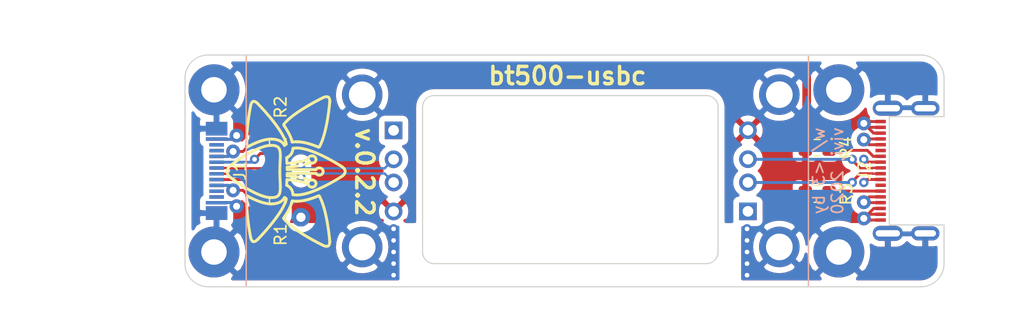
<source format=kicad_pcb>
(kicad_pcb (version 20171130) (host pcbnew 5.1.6-c6e7f7d~87~ubuntu18.04.1)

  (general
    (thickness 0.8)
    (drawings 122)
    (tracks 138)
    (zones 0)
    (modules 12)
    (nets 24)
  )

  (page A4)
  (layers
    (0 F.Cu signal)
    (1 In1.Cu power)
    (2 In2.Cu power)
    (31 B.Cu signal)
    (32 B.Adhes user)
    (33 F.Adhes user)
    (34 B.Paste user)
    (35 F.Paste user)
    (36 B.SilkS user)
    (37 F.SilkS user)
    (38 B.Mask user)
    (39 F.Mask user)
    (40 Dwgs.User user)
    (41 Cmts.User user)
    (42 Eco1.User user)
    (43 Eco2.User user)
    (44 Edge.Cuts user)
    (45 Margin user)
    (46 B.CrtYd user)
    (47 F.CrtYd user)
    (48 B.Fab user)
    (49 F.Fab user)
  )

  (setup
    (last_trace_width 0.25)
    (user_trace_width 0.2)
    (user_trace_width 0.5)
    (user_trace_width 0.75)
    (user_trace_width 1)
    (trace_clearance 0.2)
    (zone_clearance 0.508)
    (zone_45_only no)
    (trace_min 0.2)
    (via_size 0.8)
    (via_drill 0.4)
    (via_min_size 0.4)
    (via_min_drill 0.3)
    (user_via 1.2 0.6)
    (user_via 1.6 0.8)
    (uvia_size 0.3)
    (uvia_drill 0.1)
    (uvias_allowed no)
    (uvia_min_size 0.2)
    (uvia_min_drill 0.1)
    (edge_width 0.05)
    (segment_width 0.2)
    (pcb_text_width 0.3)
    (pcb_text_size 1.5 1.5)
    (mod_edge_width 0.12)
    (mod_text_size 1 1)
    (mod_text_width 0.15)
    (pad_size 4.4 4.4)
    (pad_drill 2.2)
    (pad_to_mask_clearance 0.05)
    (aux_axis_origin 0 0)
    (visible_elements FFFFFF7F)
    (pcbplotparams
      (layerselection 0x010f0_ffffffff)
      (usegerberextensions false)
      (usegerberattributes true)
      (usegerberadvancedattributes true)
      (creategerberjobfile true)
      (excludeedgelayer true)
      (linewidth 0.100000)
      (plotframeref false)
      (viasonmask false)
      (mode 1)
      (useauxorigin false)
      (hpglpennumber 1)
      (hpglpenspeed 20)
      (hpglpendiameter 15.000000)
      (psnegative false)
      (psa4output false)
      (plotreference true)
      (plotvalue false)
      (plotinvisibletext false)
      (padsonsilk false)
      (subtractmaskfromsilk false)
      (outputformat 1)
      (mirror false)
      (drillshape 0)
      (scaleselection 1)
      (outputdirectory "gerbers/"))
  )

  (net 0 "")
  (net 1 "Net-(J1-PadB11)")
  (net 2 "Net-(J1-PadB10)")
  (net 3 "Net-(J1-PadB8)")
  (net 4 "Net-(J1-PadB5)")
  (net 5 "Net-(J1-PadB3)")
  (net 6 "Net-(J1-PadB2)")
  (net 7 "Net-(J1-PadA11)")
  (net 8 "Net-(J1-PadA10)")
  (net 9 "Net-(J1-PadA8)")
  (net 10 "Net-(J1-PadA5)")
  (net 11 "Net-(J1-PadA3)")
  (net 12 "Net-(J1-PadA2)")
  (net 13 "Net-(J2-PadB8)")
  (net 14 "Net-(J2-PadB5)")
  (net 15 "Net-(J2-PadA8)")
  (net 16 "Net-(J2-PadA5)")
  (net 17 /SHIELD)
  (net 18 GND)
  (net 19 VBUS)
  (net 20 /DFP_D-)
  (net 21 /DFP_D+)
  (net 22 /UFP_D-)
  (net 23 /UFP_D+)

  (net_class Default "This is the default net class."
    (clearance 0.2)
    (trace_width 0.25)
    (via_dia 0.8)
    (via_drill 0.4)
    (uvia_dia 0.3)
    (uvia_drill 0.1)
    (add_net /DFP_D+)
    (add_net /DFP_D-)
    (add_net /SHIELD)
    (add_net /UFP_D+)
    (add_net /UFP_D-)
    (add_net GND)
    (add_net "Net-(J1-PadA10)")
    (add_net "Net-(J1-PadA11)")
    (add_net "Net-(J1-PadA2)")
    (add_net "Net-(J1-PadA3)")
    (add_net "Net-(J1-PadA5)")
    (add_net "Net-(J1-PadA8)")
    (add_net "Net-(J1-PadB10)")
    (add_net "Net-(J1-PadB11)")
    (add_net "Net-(J1-PadB2)")
    (add_net "Net-(J1-PadB3)")
    (add_net "Net-(J1-PadB5)")
    (add_net "Net-(J1-PadB8)")
    (add_net "Net-(J2-PadA5)")
    (add_net "Net-(J2-PadA8)")
    (add_net "Net-(J2-PadB5)")
    (add_net "Net-(J2-PadB8)")
    (add_net VBUS)
  )

  (module lib_fp:HRS_CX90M-16P (layer F.Cu) (tedit 5F67B4FA) (tstamp 5F6603D3)
    (at 181.63 96.24 90)
    (path /5F6BE9C6)
    (fp_text reference J2 (at -0.01 -5.25 90) (layer F.SilkS)
      (effects (font (size 1 1) (thickness 0.15)))
    )
    (fp_text value UFP (at -0.01 -8.25 90) (layer F.Fab)
      (effects (font (size 1 1) (thickness 0.15)))
    )
    (fp_line (start -6.3 2.87) (end -6.3 -4.8) (layer F.CrtYd) (width 0.05))
    (fp_line (start 6.3 2.87) (end -6.3 2.87) (layer F.CrtYd) (width 0.05))
    (fp_line (start 6.3 -4.8) (end 6.3 2.87) (layer F.CrtYd) (width 0.05))
    (fp_line (start -6.3 -4.8) (end 6.3 -4.8) (layer F.CrtYd) (width 0.05))
    (fp_line (start -4.17 -3) (end -4.17 2.62) (layer F.Fab) (width 0.127))
    (fp_line (start 4.17 -3) (end -4.17 -3) (layer F.Fab) (width 0.127))
    (fp_line (start 4.17 2.62) (end 4.17 -3) (layer F.Fab) (width 0.127))
    (fp_line (start -4.17 2.62) (end 4.17 2.62) (layer F.Fab) (width 0.127))
    (fp_line (start 4.675 1.62) (end 6 1.62) (layer Edge.Cuts) (width 0.1))
    (fp_line (start 4.675 -3.1) (end 4.675 1.62) (layer Edge.Cuts) (width 0.1))
    (fp_line (start -4.675 -3.1) (end 4.675 -3.1) (layer Edge.Cuts) (width 0.1))
    (fp_line (start -4.675 1.62) (end -4.675 -3.1) (layer Edge.Cuts) (width 0.1))
    (fp_line (start -6 1.62) (end -4.675 1.62) (layer Edge.Cuts) (width 0.1))
    (fp_text user PCB~EDGE (at -3.5 1.5 90) (layer F.Fab)
      (effects (font (size 0.32 0.32) (thickness 0.015)))
    )
    (pad S3 thru_hole oval (at -5.4 0 90) (size 1.225 2.45) (drill oval 0.55 1.85) (layers *.Cu *.Mask)
      (net 17 /SHIELD))
    (pad S4 thru_hole oval (at 5.4 0 90) (size 1.225 2.45) (drill oval 0.55 1.85) (layers *.Cu *.Mask)
      (net 17 /SHIELD))
    (pad S1 thru_hole oval (at -5.4 -3.23 90) (size 1.3 2.6) (drill oval 0.55 2.1) (layers *.Cu *.Mask)
      (net 17 /SHIELD))
    (pad S2 thru_hole oval (at 5.4 -3.23 90) (size 1.3 2.6) (drill oval 0.55 2.1) (layers *.Cu *.Mask)
      (net 17 /SHIELD))
    (pad MID2 smd rect (at 4.25 -3.85 90) (size 0.3 0.9) (layers F.Cu F.Paste F.Mask)
      (net 18 GND))
    (pad MID1 smd rect (at -4.25 -3.85 90) (size 0.3 0.9) (layers F.Cu F.Paste F.Mask)
      (net 18 GND))
    (pad B12 smd rect (at -3.25 -3.85 90) (size 0.3 0.9) (layers F.Cu F.Paste F.Mask)
      (net 18 GND))
    (pad B9 smd rect (at -2.25 -3.85 90) (size 0.3 0.9) (layers F.Cu F.Paste F.Mask)
      (net 19 VBUS))
    (pad B8 smd rect (at -1.25 -3.85 90) (size 0.3 0.9) (layers F.Cu F.Paste F.Mask)
      (net 13 "Net-(J2-PadB8)"))
    (pad B7 smd rect (at -0.25 -3.85 90) (size 0.3 0.9) (layers F.Cu F.Paste F.Mask)
      (net 22 /UFP_D-))
    (pad B6 smd rect (at 0.25 -3.85 90) (size 0.3 0.9) (layers F.Cu F.Paste F.Mask)
      (net 23 /UFP_D+))
    (pad B5 smd rect (at 1.25 -3.85 90) (size 0.3 0.9) (layers F.Cu F.Paste F.Mask)
      (net 14 "Net-(J2-PadB5)"))
    (pad B4 smd rect (at 2.25 -3.85 90) (size 0.3 0.9) (layers F.Cu F.Paste F.Mask)
      (net 19 VBUS))
    (pad B1 smd rect (at 3.25 -3.85 90) (size 0.3 0.9) (layers F.Cu F.Paste F.Mask)
      (net 18 GND))
    (pad A12 smd rect (at 3.75 -3.85 90) (size 0.3 0.9) (layers F.Cu F.Paste F.Mask)
      (net 18 GND))
    (pad A9 smd rect (at 2.75 -3.85 90) (size 0.3 0.9) (layers F.Cu F.Paste F.Mask)
      (net 19 VBUS))
    (pad A8 smd rect (at 1.75 -3.85 90) (size 0.3 0.9) (layers F.Cu F.Paste F.Mask)
      (net 15 "Net-(J2-PadA8)"))
    (pad A7 smd rect (at 0.75 -3.85 90) (size 0.3 0.9) (layers F.Cu F.Paste F.Mask)
      (net 22 /UFP_D-))
    (pad A6 smd rect (at -0.75 -3.85 90) (size 0.3 0.9) (layers F.Cu F.Paste F.Mask)
      (net 23 /UFP_D+))
    (pad A5 smd rect (at -1.75 -3.85 90) (size 0.3 0.9) (layers F.Cu F.Paste F.Mask)
      (net 16 "Net-(J2-PadA5)"))
    (pad A4 smd rect (at -2.75 -3.85 90) (size 0.3 0.9) (layers F.Cu F.Paste F.Mask)
      (net 19 VBUS))
    (pad A1 smd rect (at -3.75 -3.85 90) (size 0.3 0.9) (layers F.Cu F.Paste F.Mask)
      (net 18 GND))
    (model ${KIPRJMOD}/3d_models/CX90M-16P_4800513000_3D_STEP.stp
      (offset (xyz 40.42 51.45 0))
      (scale (xyz 1 1 1))
      (rotate (xyz 0 0 180))
    )
  )

  (module lib_fp:HIROSE_CX60-24S-UNIT (layer F.Cu) (tedit 5F66A4C7) (tstamp 5F668A4E)
    (at 120.475 96.25 270)
    (path /5F6674C6)
    (fp_text reference J1 (at 0 -2.025 90) (layer F.SilkS)
      (effects (font (size 1 1) (thickness 0.15)))
    )
    (fp_text value DFP (at 0 -3.275 90) (layer F.Fab)
      (effects (font (size 1 1) (thickness 0.15)))
    )
    (fp_line (start -4.125 1.125) (end 4.125 1.125) (layer F.Fab) (width 0.127))
    (fp_line (start -4.48 10.775) (end -4.48 -1.175) (layer F.CrtYd) (width 0.05))
    (fp_line (start 4.48 10.775) (end -4.48 10.775) (layer F.CrtYd) (width 0.05))
    (fp_line (start 4.48 -1.175) (end 4.48 10.775) (layer F.CrtYd) (width 0.05))
    (fp_line (start -4.48 -1.175) (end 4.48 -1.175) (layer F.CrtYd) (width 0.05))
    (fp_line (start -4.125 1.125) (end -4.125 -0.375) (layer F.Fab) (width 0.127))
    (fp_line (start -4.125 10.525) (end -4.125 1.125) (layer F.Fab) (width 0.127))
    (fp_line (start 4.125 10.525) (end -4.125 10.525) (layer F.Fab) (width 0.127))
    (fp_line (start 4.125 1.125) (end 4.125 10.525) (layer F.Fab) (width 0.127))
    (fp_line (start 4.125 -0.375) (end 4.125 1.125) (layer F.Fab) (width 0.127))
    (fp_line (start -4.125 -0.375) (end 4.125 -0.375) (layer F.Fab) (width 0.127))
    (fp_text user PCB~Edge (at -2.5 2.25 90) (layer F.Fab)
      (effects (font (size 0.64 0.64) (thickness 0.015)))
    )
    (pad B12 smd rect (at 2.75 0 270) (size 0.3 1.85) (layers B.Cu B.Paste B.Mask)
      (net 18 GND))
    (pad B11 smd rect (at 2.25 0 270) (size 0.3 1.25) (layers B.Cu B.Paste B.Mask)
      (net 1 "Net-(J1-PadB11)"))
    (pad B10 smd rect (at 1.75 0 270) (size 0.3 1.25) (layers B.Cu B.Paste B.Mask)
      (net 2 "Net-(J1-PadB10)"))
    (pad B9 smd rect (at 1.25 0 270) (size 0.3 1.25) (layers B.Cu B.Paste B.Mask)
      (net 19 VBUS))
    (pad B8 smd rect (at 0.75 0 270) (size 0.3 1.25) (layers B.Cu B.Paste B.Mask)
      (net 3 "Net-(J1-PadB8)"))
    (pad B7 smd rect (at 0.25 0 270) (size 0.3 1.25) (layers B.Cu B.Paste B.Mask))
    (pad B6 smd rect (at -0.25 0 270) (size 0.3 1.25) (layers B.Cu B.Paste B.Mask))
    (pad B5 smd rect (at -0.75 0 270) (size 0.3 1.25) (layers B.Cu B.Paste B.Mask)
      (net 4 "Net-(J1-PadB5)"))
    (pad B4 smd rect (at -1.25 0 270) (size 0.3 1.25) (layers B.Cu B.Paste B.Mask)
      (net 19 VBUS))
    (pad B3 smd rect (at -1.75 0 270) (size 0.3 1.25) (layers B.Cu B.Paste B.Mask)
      (net 5 "Net-(J1-PadB3)"))
    (pad B2 smd rect (at -2.25 0 270) (size 0.3 1.25) (layers B.Cu B.Paste B.Mask)
      (net 6 "Net-(J1-PadB2)"))
    (pad B1 smd rect (at -2.75 0 270) (size 0.3 1.85) (layers B.Cu B.Paste B.Mask)
      (net 18 GND))
    (pad S3 smd rect (at 3.64 0 270) (size 1.18 1.85) (layers B.Cu B.Paste B.Mask)
      (net 17 /SHIELD))
    (pad S4 smd rect (at -3.64 0 270) (size 1.18 1.85) (layers B.Cu B.Paste B.Mask)
      (net 17 /SHIELD))
    (pad A12 smd rect (at -2.75 0 270) (size 0.3 1.85) (layers F.Cu F.Paste F.Mask)
      (net 18 GND))
    (pad A11 smd rect (at -2.25 0 270) (size 0.3 1.25) (layers F.Cu F.Paste F.Mask)
      (net 7 "Net-(J1-PadA11)"))
    (pad A10 smd rect (at -1.75 0 270) (size 0.3 1.25) (layers F.Cu F.Paste F.Mask)
      (net 8 "Net-(J1-PadA10)"))
    (pad A9 smd rect (at -1.25 0 270) (size 0.3 1.25) (layers F.Cu F.Paste F.Mask)
      (net 19 VBUS))
    (pad A8 smd rect (at -0.75 0 270) (size 0.3 1.25) (layers F.Cu F.Paste F.Mask)
      (net 9 "Net-(J1-PadA8)"))
    (pad A7 smd rect (at -0.25 0 270) (size 0.3 1.25) (layers F.Cu F.Paste F.Mask)
      (net 20 /DFP_D-))
    (pad A6 smd rect (at 0.25 0 270) (size 0.3 1.25) (layers F.Cu F.Paste F.Mask)
      (net 21 /DFP_D+))
    (pad A5 smd rect (at 0.75 0 270) (size 0.3 1.25) (layers F.Cu F.Paste F.Mask)
      (net 10 "Net-(J1-PadA5)"))
    (pad A4 smd rect (at 1.25 0 270) (size 0.3 1.25) (layers F.Cu F.Paste F.Mask)
      (net 19 VBUS))
    (pad A3 smd rect (at 1.75 0 270) (size 0.3 1.25) (layers F.Cu F.Paste F.Mask)
      (net 11 "Net-(J1-PadA3)"))
    (pad A2 smd rect (at 2.25 0 270) (size 0.3 1.25) (layers F.Cu F.Paste F.Mask)
      (net 12 "Net-(J1-PadA2)"))
    (pad A1 smd rect (at 2.75 0 270) (size 0.3 1.85) (layers F.Cu F.Paste F.Mask)
      (net 18 GND))
    (pad S2 smd rect (at -3.64 0 270) (size 1.18 1.85) (layers F.Cu F.Paste F.Mask)
      (net 17 /SHIELD))
    (pad S1 smd rect (at 3.64 0 270) (size 1.18 1.85) (layers F.Cu F.Paste F.Mask)
      (net 17 /SHIELD))
    (model ${KIPRJMOD}/3d_models/CX60-24S-UNIT_4800465000_3D_step.stp
      (offset (xyz -8.609999999999999 16 0.2))
      (scale (xyz 1 1 1))
      (rotate (xyz -90 0 0))
    )
  )

  (module Resistor_SMD:R_0805_2012Metric_Pad1.15x1.40mm_HandSolder (layer F.Cu) (tedit 5B36C52B) (tstamp 5F66042D)
    (at 172.303125 94.25 180)
    (descr "Resistor SMD 0805 (2012 Metric), square (rectangular) end terminal, IPC_7351 nominal with elongated pad for handsoldering. (Body size source: https://docs.google.com/spreadsheets/d/1BsfQQcO9C6DZCsRaXUlFlo91Tg2WpOkGARC1WS5S8t0/edit?usp=sharing), generated with kicad-footprint-generator")
    (tags "resistor handsolder")
    (path /5F67AA89)
    (attr smd)
    (fp_text reference R4 (at -2.525 0 90) (layer F.SilkS)
      (effects (font (size 1 1) (thickness 0.15)))
    )
    (fp_text value 5.1kΩ (at 0 1.65) (layer F.Fab) hide
      (effects (font (size 1 1) (thickness 0.15)))
    )
    (fp_line (start -1 0.6) (end -1 -0.6) (layer F.Fab) (width 0.1))
    (fp_line (start -1 -0.6) (end 1 -0.6) (layer F.Fab) (width 0.1))
    (fp_line (start 1 -0.6) (end 1 0.6) (layer F.Fab) (width 0.1))
    (fp_line (start 1 0.6) (end -1 0.6) (layer F.Fab) (width 0.1))
    (fp_line (start -0.261252 -0.71) (end 0.261252 -0.71) (layer F.SilkS) (width 0.12))
    (fp_line (start -0.261252 0.71) (end 0.261252 0.71) (layer F.SilkS) (width 0.12))
    (fp_line (start -1.85 0.95) (end -1.85 -0.95) (layer F.CrtYd) (width 0.05))
    (fp_line (start -1.85 -0.95) (end 1.85 -0.95) (layer F.CrtYd) (width 0.05))
    (fp_line (start 1.85 -0.95) (end 1.85 0.95) (layer F.CrtYd) (width 0.05))
    (fp_line (start 1.85 0.95) (end -1.85 0.95) (layer F.CrtYd) (width 0.05))
    (fp_text user %R (at 0 0) (layer F.Fab)
      (effects (font (size 0.5 0.5) (thickness 0.08)))
    )
    (pad 2 smd roundrect (at 1.025 0 180) (size 1.15 1.4) (layers F.Cu F.Paste F.Mask) (roundrect_rratio 0.217391)
      (net 18 GND))
    (pad 1 smd roundrect (at -1.025 0 180) (size 1.15 1.4) (layers F.Cu F.Paste F.Mask) (roundrect_rratio 0.217391)
      (net 14 "Net-(J2-PadB5)"))
    (model ${KISYS3DMOD}/Resistor_SMD.3dshapes/R_0805_2012Metric.wrl
      (at (xyz 0 0 0))
      (scale (xyz 1 1 1))
      (rotate (xyz 0 0 0))
    )
  )

  (module Resistor_SMD:R_0805_2012Metric_Pad1.15x1.40mm_HandSolder (layer F.Cu) (tedit 5B36C52B) (tstamp 5F66041C)
    (at 172.303125 98.25 180)
    (descr "Resistor SMD 0805 (2012 Metric), square (rectangular) end terminal, IPC_7351 nominal with elongated pad for handsoldering. (Body size source: https://docs.google.com/spreadsheets/d/1BsfQQcO9C6DZCsRaXUlFlo91Tg2WpOkGARC1WS5S8t0/edit?usp=sharing), generated with kicad-footprint-generator")
    (tags "resistor handsolder")
    (path /5F678353)
    (attr smd)
    (fp_text reference R3 (at -2.525 0 90) (layer F.SilkS)
      (effects (font (size 1 1) (thickness 0.15)))
    )
    (fp_text value 5.1kΩ (at 0 1.65) (layer F.Fab) hide
      (effects (font (size 1 1) (thickness 0.15)))
    )
    (fp_line (start -1 0.6) (end -1 -0.6) (layer F.Fab) (width 0.1))
    (fp_line (start -1 -0.6) (end 1 -0.6) (layer F.Fab) (width 0.1))
    (fp_line (start 1 -0.6) (end 1 0.6) (layer F.Fab) (width 0.1))
    (fp_line (start 1 0.6) (end -1 0.6) (layer F.Fab) (width 0.1))
    (fp_line (start -0.261252 -0.71) (end 0.261252 -0.71) (layer F.SilkS) (width 0.12))
    (fp_line (start -0.261252 0.71) (end 0.261252 0.71) (layer F.SilkS) (width 0.12))
    (fp_line (start -1.85 0.95) (end -1.85 -0.95) (layer F.CrtYd) (width 0.05))
    (fp_line (start -1.85 -0.95) (end 1.85 -0.95) (layer F.CrtYd) (width 0.05))
    (fp_line (start 1.85 -0.95) (end 1.85 0.95) (layer F.CrtYd) (width 0.05))
    (fp_line (start 1.85 0.95) (end -1.85 0.95) (layer F.CrtYd) (width 0.05))
    (fp_text user %R (at 0 0) (layer F.Fab)
      (effects (font (size 0.5 0.5) (thickness 0.08)))
    )
    (pad 2 smd roundrect (at 1.025 0 180) (size 1.15 1.4) (layers F.Cu F.Paste F.Mask) (roundrect_rratio 0.217391)
      (net 18 GND))
    (pad 1 smd roundrect (at -1.025 0 180) (size 1.15 1.4) (layers F.Cu F.Paste F.Mask) (roundrect_rratio 0.217391)
      (net 16 "Net-(J2-PadA5)"))
    (model ${KISYS3DMOD}/Resistor_SMD.3dshapes/R_0805_2012Metric.wrl
      (at (xyz 0 0 0))
      (scale (xyz 1 1 1))
      (rotate (xyz 0 0 0))
    )
  )

  (module Resistor_SMD:R_0805_2012Metric_Pad1.15x1.40mm_HandSolder (layer F.Cu) (tedit 5B36C52B) (tstamp 5F66040B)
    (at 125.75 93.725 90)
    (descr "Resistor SMD 0805 (2012 Metric), square (rectangular) end terminal, IPC_7351 nominal with elongated pad for handsoldering. (Body size source: https://docs.google.com/spreadsheets/d/1BsfQQcO9C6DZCsRaXUlFlo91Tg2WpOkGARC1WS5S8t0/edit?usp=sharing), generated with kicad-footprint-generator")
    (tags "resistor handsolder")
    (path /5F680CE1)
    (attr smd)
    (fp_text reference R2 (at 2.975 0.25 270) (layer F.SilkS)
      (effects (font (size 1 1) (thickness 0.15)))
    )
    (fp_text value 56kΩ (at 0 1.65 90) (layer F.Fab) hide
      (effects (font (size 1 1) (thickness 0.15)))
    )
    (fp_line (start -1 0.6) (end -1 -0.6) (layer F.Fab) (width 0.1))
    (fp_line (start -1 -0.6) (end 1 -0.6) (layer F.Fab) (width 0.1))
    (fp_line (start 1 -0.6) (end 1 0.6) (layer F.Fab) (width 0.1))
    (fp_line (start 1 0.6) (end -1 0.6) (layer F.Fab) (width 0.1))
    (fp_line (start -0.261252 -0.71) (end 0.261252 -0.71) (layer F.SilkS) (width 0.12))
    (fp_line (start -0.261252 0.71) (end 0.261252 0.71) (layer F.SilkS) (width 0.12))
    (fp_line (start -1.85 0.95) (end -1.85 -0.95) (layer F.CrtYd) (width 0.05))
    (fp_line (start -1.85 -0.95) (end 1.85 -0.95) (layer F.CrtYd) (width 0.05))
    (fp_line (start 1.85 -0.95) (end 1.85 0.95) (layer F.CrtYd) (width 0.05))
    (fp_line (start 1.85 0.95) (end -1.85 0.95) (layer F.CrtYd) (width 0.05))
    (fp_text user %R (at 0 0 90) (layer F.Fab)
      (effects (font (size 0.5 0.5) (thickness 0.08)))
    )
    (pad 2 smd roundrect (at 1.025 0 90) (size 1.15 1.4) (layers F.Cu F.Paste F.Mask) (roundrect_rratio 0.217391)
      (net 19 VBUS))
    (pad 1 smd roundrect (at -1.025 0 90) (size 1.15 1.4) (layers F.Cu F.Paste F.Mask) (roundrect_rratio 0.217391)
      (net 4 "Net-(J1-PadB5)"))
    (model ${KISYS3DMOD}/Resistor_SMD.3dshapes/R_0805_2012Metric.wrl
      (at (xyz 0 0 0))
      (scale (xyz 1 1 1))
      (rotate (xyz 0 0 0))
    )
  )

  (module Resistor_SMD:R_0805_2012Metric_Pad1.15x1.40mm_HandSolder (layer F.Cu) (tedit 5B36C52B) (tstamp 5F6603FA)
    (at 125.75 98.775 270)
    (descr "Resistor SMD 0805 (2012 Metric), square (rectangular) end terminal, IPC_7351 nominal with elongated pad for handsoldering. (Body size source: https://docs.google.com/spreadsheets/d/1BsfQQcO9C6DZCsRaXUlFlo91Tg2WpOkGARC1WS5S8t0/edit?usp=sharing), generated with kicad-footprint-generator")
    (tags "resistor handsolder")
    (path /5F680CDB)
    (attr smd)
    (fp_text reference R1 (at 2.975 -0.25 270) (layer F.SilkS)
      (effects (font (size 1 1) (thickness 0.15)))
    )
    (fp_text value 56kΩ (at 0 1.65 90) (layer F.Fab) hide
      (effects (font (size 1 1) (thickness 0.15)))
    )
    (fp_line (start -1 0.6) (end -1 -0.6) (layer F.Fab) (width 0.1))
    (fp_line (start -1 -0.6) (end 1 -0.6) (layer F.Fab) (width 0.1))
    (fp_line (start 1 -0.6) (end 1 0.6) (layer F.Fab) (width 0.1))
    (fp_line (start 1 0.6) (end -1 0.6) (layer F.Fab) (width 0.1))
    (fp_line (start -0.261252 -0.71) (end 0.261252 -0.71) (layer F.SilkS) (width 0.12))
    (fp_line (start -0.261252 0.71) (end 0.261252 0.71) (layer F.SilkS) (width 0.12))
    (fp_line (start -1.85 0.95) (end -1.85 -0.95) (layer F.CrtYd) (width 0.05))
    (fp_line (start -1.85 -0.95) (end 1.85 -0.95) (layer F.CrtYd) (width 0.05))
    (fp_line (start 1.85 -0.95) (end 1.85 0.95) (layer F.CrtYd) (width 0.05))
    (fp_line (start 1.85 0.95) (end -1.85 0.95) (layer F.CrtYd) (width 0.05))
    (fp_text user %R (at 0 0 90) (layer F.Fab)
      (effects (font (size 0.5 0.5) (thickness 0.08)))
    )
    (pad 2 smd roundrect (at 1.025 0 270) (size 1.15 1.4) (layers F.Cu F.Paste F.Mask) (roundrect_rratio 0.217391)
      (net 19 VBUS))
    (pad 1 smd roundrect (at -1.025 0 270) (size 1.15 1.4) (layers F.Cu F.Paste F.Mask) (roundrect_rratio 0.217391)
      (net 10 "Net-(J1-PadA5)"))
    (model ${KISYS3DMOD}/Resistor_SMD.3dshapes/R_0805_2012Metric.wrl
      (at (xyz 0 0 0))
      (scale (xyz 1 1 1))
      (rotate (xyz 0 0 0))
    )
  )

  (module lib_fp:USB_A_FP (layer F.Cu) (tedit 5F658BD2) (tstamp 5F6603E9)
    (at 166.328125 99.74 90)
    (descr http://www.connfly.com/userfiles/image/UpLoadFile/File/2013/5/6/DS1095.pdf)
    (tags "USB-A receptacle horizontal through-hole")
    (path /5F65E168)
    (fp_text reference P2 (at -1.95 -2.35 90) (layer F.SilkS) hide
      (effects (font (size 1 1) (thickness 0.15)))
    )
    (fp_text value USB_A (at 3.5 7 90) (layer F.Fab) hide
      (effects (font (size 1 1) (thickness 0.15)))
    )
    (fp_text user %R (at 3.5 5 90) (layer F.Fab) hide
      (effects (font (size 1 1) (thickness 0.15)))
    )
    (pad 4 thru_hole circle (at 7 0 90) (size 1.524 1.524) (drill 0.92) (layers *.Cu *.Mask)
      (net 18 GND))
    (pad 3 thru_hole circle (at 4.5 0 90) (size 1.524 1.524) (drill 0.92) (layers *.Cu *.Mask)
      (net 23 /UFP_D+))
    (pad 2 thru_hole circle (at 2.5 0 90) (size 1.524 1.524) (drill 0.92) (layers *.Cu *.Mask)
      (net 22 /UFP_D-))
    (pad 1 thru_hole rect (at 0 0 90) (size 1.524 1.524) (drill 0.92) (layers *.Cu *.Mask)
      (net 19 VBUS))
    (pad 5 thru_hole circle (at -3.07 2.71 90) (size 3.5 3.5) (drill 2.3) (layers *.Cu *.Mask)
      (net 17 /SHIELD))
    (pad 5 thru_hole circle (at 10.07 2.71 90) (size 3.5 3.5) (drill 2.3) (layers *.Cu *.Mask)
      (net 17 /SHIELD))
    (model ${KISYS3DMOD}/Connector_USB.3dshapes/USB_A_CONNFLY_DS1095-WNR0.wrl
      (at (xyz 0 0 0))
      (scale (xyz 1 1 1))
      (rotate (xyz 0 0 0))
    )
  )

  (module lib_fp:USB_A_FP (layer F.Cu) (tedit 5F658BD2) (tstamp 5F6603DE)
    (at 135.75 92.75 270)
    (descr http://www.connfly.com/userfiles/image/UpLoadFile/File/2013/5/6/DS1095.pdf)
    (tags "USB-A receptacle horizontal through-hole")
    (path /5F65F21F)
    (fp_text reference P1 (at -1.95 -2.35 90) (layer F.SilkS) hide
      (effects (font (size 1 1) (thickness 0.15)))
    )
    (fp_text value USB_A (at 3.5 7 90) (layer F.Fab) hide
      (effects (font (size 1 1) (thickness 0.15)))
    )
    (fp_text user %R (at 3.5 5 90) (layer F.Fab) hide
      (effects (font (size 1 1) (thickness 0.15)))
    )
    (pad 4 thru_hole circle (at 7 0 270) (size 1.524 1.524) (drill 0.92) (layers *.Cu *.Mask)
      (net 18 GND))
    (pad 3 thru_hole circle (at 4.5 0 270) (size 1.524 1.524) (drill 0.92) (layers *.Cu *.Mask)
      (net 21 /DFP_D+))
    (pad 2 thru_hole circle (at 2.5 0 270) (size 1.524 1.524) (drill 0.92) (layers *.Cu *.Mask)
      (net 20 /DFP_D-))
    (pad 1 thru_hole rect (at 0 0 270) (size 1.524 1.524) (drill 0.92) (layers *.Cu *.Mask)
      (net 19 VBUS))
    (pad 5 thru_hole circle (at -3.07 2.71 270) (size 3.5 3.5) (drill 2.3) (layers *.Cu *.Mask)
      (net 17 /SHIELD))
    (pad 5 thru_hole circle (at 10.07 2.71 270) (size 3.5 3.5) (drill 2.3) (layers *.Cu *.Mask)
      (net 17 /SHIELD))
    (model ${KISYS3DMOD}/Connector_USB.3dshapes/USB_A_CONNFLY_DS1095-WNR0.wrl
      (at (xyz 0 0 0))
      (scale (xyz 1 1 1))
      (rotate (xyz 0 0 0))
    )
  )

  (module MountingHole:MountingHole_2.2mm_M2_Pad (layer F.Cu) (tedit 5F66C580) (tstamp 5F66037B)
    (at 174.250125 103.25)
    (descr "Mounting Hole 2.2mm, M2")
    (tags "mounting hole 2.2mm m2")
    (path /5F69D712)
    (attr virtual)
    (fp_text reference H4 (at 0 -3.2) (layer F.SilkS) hide
      (effects (font (size 1 1) (thickness 0.15)))
    )
    (fp_text value M2 (at 0 3.2) (layer F.Fab) hide
      (effects (font (size 1 1) (thickness 0.15)))
    )
    (fp_circle (center 0 0) (end 2.45 0) (layer F.CrtYd) (width 0.05))
    (fp_circle (center 0 0) (end 2.2 0) (layer Cmts.User) (width 0.15))
    (fp_text user %R (at 0.3 0) (layer F.Fab)
      (effects (font (size 1 1) (thickness 0.15)))
    )
    (pad 1 thru_hole circle (at -0.078125 0) (size 4.4 4.4) (drill 2.2) (layers *.Cu *.Mask)
      (net 17 /SHIELD))
  )

  (module MountingHole:MountingHole_2.2mm_M2_Pad (layer F.Cu) (tedit 5F66C58B) (tstamp 5F660373)
    (at 174.250125 89.25)
    (descr "Mounting Hole 2.2mm, M2")
    (tags "mounting hole 2.2mm m2")
    (path /5F69D718)
    (attr virtual)
    (fp_text reference H3 (at 0 -3.2) (layer F.SilkS) hide
      (effects (font (size 1 1) (thickness 0.15)))
    )
    (fp_text value M2 (at 0 3.2) (layer F.Fab) hide
      (effects (font (size 1 1) (thickness 0.15)))
    )
    (fp_circle (center 0 0) (end 2.45 0) (layer F.CrtYd) (width 0.05))
    (fp_circle (center 0 0) (end 2.2 0) (layer Cmts.User) (width 0.15))
    (fp_text user %R (at 0.3 0) (layer F.Fab)
      (effects (font (size 1 1) (thickness 0.15)))
    )
    (pad 1 thru_hole circle (at -0.078125 0) (size 4.4 4.4) (drill 2.2) (layers *.Cu *.Mask)
      (net 17 /SHIELD))
  )

  (module MountingHole:MountingHole_2.2mm_M2_Pad (layer F.Cu) (tedit 56D1B4CB) (tstamp 5F66036B)
    (at 120.25 103.25)
    (descr "Mounting Hole 2.2mm, M2")
    (tags "mounting hole 2.2mm m2")
    (path /5F69A1E6)
    (attr virtual)
    (fp_text reference H2 (at 0 -3.2) (layer F.SilkS) hide
      (effects (font (size 1 1) (thickness 0.15)))
    )
    (fp_text value M2 (at 0 3.2) (layer F.Fab) hide
      (effects (font (size 1 1) (thickness 0.15)))
    )
    (fp_circle (center 0 0) (end 2.45 0) (layer F.CrtYd) (width 0.05))
    (fp_circle (center 0 0) (end 2.2 0) (layer Cmts.User) (width 0.15))
    (fp_text user %R (at 0.3 0) (layer F.Fab)
      (effects (font (size 1 1) (thickness 0.15)))
    )
    (pad 1 thru_hole circle (at 0 0) (size 4.4 4.4) (drill 2.2) (layers *.Cu *.Mask)
      (net 17 /SHIELD))
  )

  (module MountingHole:MountingHole_2.2mm_M2_Pad (layer F.Cu) (tedit 56D1B4CB) (tstamp 5F660363)
    (at 120.25 89.25)
    (descr "Mounting Hole 2.2mm, M2")
    (tags "mounting hole 2.2mm m2")
    (path /5F691856)
    (attr virtual)
    (fp_text reference H1 (at 0 -3.2) (layer F.SilkS) hide
      (effects (font (size 1 1) (thickness 0.15)))
    )
    (fp_text value M2 (at 0 3.2) (layer F.Fab) hide
      (effects (font (size 1 1) (thickness 0.15)))
    )
    (fp_circle (center 0 0) (end 2.45 0) (layer F.CrtYd) (width 0.05))
    (fp_circle (center 0 0) (end 2.2 0) (layer Cmts.User) (width 0.15))
    (fp_text user %R (at 0.3 0) (layer F.Fab)
      (effects (font (size 1 1) (thickness 0.15)))
    )
    (pad 1 thru_hole circle (at 0 0) (size 4.4 4.4) (drill 2.2) (layers *.Cu *.Mask)
      (net 17 /SHIELD))
  )

  (dimension 20 (width 0.15) (layer Dwgs.User)
    (gr_text "20.000 mm" (at 188.8 96.25 90) (layer Dwgs.User)
      (effects (font (size 1 1) (thickness 0.15)))
    )
    (feature1 (pts (xy 181.25 86.25) (xy 188.086421 86.25)))
    (feature2 (pts (xy 181.25 106.25) (xy 188.086421 106.25)))
    (crossbar (pts (xy 187.5 106.25) (xy 187.5 86.25)))
    (arrow1a (pts (xy 187.5 86.25) (xy 188.086421 87.376504)))
    (arrow1b (pts (xy 187.5 86.25) (xy 186.913579 87.376504)))
    (arrow2a (pts (xy 187.5 106.25) (xy 188.086421 105.123496)))
    (arrow2b (pts (xy 187.5 106.25) (xy 186.913579 105.123496)))
  )
  (dimension 65.5 (width 0.15) (layer Dwgs.User)
    (gr_text "65.500 mm" (at 150.5 82.2) (layer Dwgs.User)
      (effects (font (size 1 1) (thickness 0.15)))
    )
    (feature1 (pts (xy 183.25 88.25) (xy 183.25 82.913579)))
    (feature2 (pts (xy 117.75 88.25) (xy 117.75 82.913579)))
    (crossbar (pts (xy 117.75 83.5) (xy 183.25 83.5)))
    (arrow1a (pts (xy 183.25 83.5) (xy 182.123496 84.086421)))
    (arrow1b (pts (xy 183.25 83.5) (xy 182.123496 82.913579)))
    (arrow2a (pts (xy 117.75 83.5) (xy 118.876504 84.086421)))
    (arrow2b (pts (xy 117.75 83.5) (xy 118.876504 82.913579)))
  )
  (gr_text "w/ <3 by\nvivi, 2020" (at 173.25 96.25 90) (layer B.SilkS)
    (effects (font (size 1 1) (thickness 0.15)) (justify mirror))
  )
  (gr_text v.0.2.2 (at 133.25 96.35 270) (layer F.SilkS)
    (effects (font (size 1.5 1.5) (thickness 0.3)))
  )
  (gr_text bt500-usbc (at 150.75 88.05) (layer F.SilkS)
    (effects (font (size 1.5 1.5) (thickness 0.3)))
  )
  (dimension 14 (width 0.15) (layer Dwgs.User)
    (gr_text "14.000 mm" (at 105.45 96.25 90) (layer Dwgs.User)
      (effects (font (size 1 1) (thickness 0.15)))
    )
    (feature1 (pts (xy 120.25 89.25) (xy 106.163579 89.25)))
    (feature2 (pts (xy 120.25 103.25) (xy 106.163579 103.25)))
    (crossbar (pts (xy 106.75 103.25) (xy 106.75 89.25)))
    (arrow1a (pts (xy 106.75 89.25) (xy 107.336421 90.376504)))
    (arrow1b (pts (xy 106.75 89.25) (xy 106.163579 90.376504)))
    (arrow2a (pts (xy 106.75 103.25) (xy 107.336421 102.123496)))
    (arrow2b (pts (xy 106.75 103.25) (xy 106.163579 102.123496)))
  )
  (gr_curve (pts (xy 121.664369 96.809412) (xy 121.686512 96.826855) (xy 123.897551 98.556653) (xy 125.182242 98.556653)) (layer F.SilkS) (width 0.25))
  (gr_curve (pts (xy 127.020258 93.760992) (xy 127.020231 93.760939) (xy 127.004195 93.766063) (xy 127 93.75)) (layer F.SilkS) (width 0.25))
  (gr_curve (pts (xy 125.97632 94.969219) (xy 125.97632 94.318404) (xy 125.865979 94.046349) (xy 125.182216 94.046349)) (layer F.SilkS) (width 0.25))
  (gr_curve (pts (xy 125.93007 96.301514) (xy 125.93007 96.035645) (xy 125.943053 95.785599) (xy 125.955585 95.54381)) (layer F.SilkS) (width 0.25))
  (gr_curve (pts (xy 125.182216 94.046349) (xy 123.897525 94.046349) (xy 121.686485 95.77612) (xy 121.664316 95.793617)) (layer F.SilkS) (width 0.25))
  (gr_curve (pts (xy 130.110307 89.881537) (xy 130.196223 89.935752) (xy 130.243534 90.058571) (xy 130.243534 90.227375)) (layer F.SilkS) (width 0.25))
  (gr_curve (pts (xy 129.675953 89.921494) (xy 129.856093 89.835606) (xy 130.01441 89.82103) (xy 130.110307 89.881537)) (layer F.SilkS) (width 0.25))
  (gr_curve (pts (xy 125.97632 97.633862) (xy 125.97632 97.458819) (xy 125.966258 97.264714) (xy 125.955585 97.059219)) (layer F.SilkS) (width 0.25))
  (gr_curve (pts (xy 130.239738 90.31236) (xy 130.237322 90.340238) (xy 130.025428 92.95802) (xy 129.357807 94.151486)) (layer F.SilkS) (width 0.25))
  (gr_curve (pts (xy 129.264936 94.196275) (xy 128.630157 93.933804) (xy 127.965881 93.734283) (xy 127.413354 93.734283)) (layer F.SilkS) (width 0.25))
  (gr_curve (pts (xy 129.357807 94.151486) (xy 129.329292 94.202435) (xy 129.284052 94.204161) (xy 129.264936 94.196275)) (layer F.SilkS) (width 0.25))
  (gr_line (start 126.611975 95.070055) (end 126.611975 95.070055) (layer F.SilkS) (width 0.25))
  (gr_line (start 129.04205 96.463972) (end 126.574301 96.463972) (layer F.SilkS) (width 0.25))
  (gr_curve (pts (xy 127.066799 94.300351) (xy 127.049622 94.640321) (xy 126.896881 94.899101) (xy 126.611975 95.070055)) (layer F.SilkS) (width 0.25))
  (gr_curve (pts (xy 127.413354 94.275606) (xy 127.281481 94.275606) (xy 127.166388 94.283943) (xy 127.066799 94.300351)) (layer F.SilkS) (width 0.25))
  (gr_curve (pts (xy 131.294162 95.887045) (xy 131.26971 95.870983) (xy 128.831139 94.275606) (xy 127.413354 94.275606)) (layer F.SilkS) (width 0.25))
  (gr_curve (pts (xy 131.573333 96.301541) (xy 131.573333 96.152888) (xy 131.474197 96.00567) (xy 131.294162 95.887045)) (layer F.SilkS) (width 0.25))
  (gr_curve (pts (xy 131.294189 96.716009) (xy 131.47417 96.597385) (xy 131.573333 96.450193) (xy 131.573333 96.301541)) (layer F.SilkS) (width 0.25))
  (gr_curve (pts (xy 127.413327 98.327475) (xy 128.831112 98.327475) (xy 131.26971 96.732125) (xy 131.294189 96.716009)) (layer F.SilkS) (width 0.25))
  (gr_curve (pts (xy 127.066799 98.303209) (xy 127.164025 98.319139) (xy 127.278295 98.327475) (xy 127.413327 98.327475)) (layer F.SilkS) (width 0.25))
  (gr_curve (pts (xy 126.612002 97.533026) (xy 126.89704 97.704086) (xy 127.049728 97.963025) (xy 127.066799 98.303209)) (layer F.SilkS) (width 0.25))
  (gr_curve (pts (xy 126.526378 97.486405) (xy 126.555743 97.501087) (xy 126.584443 97.516485) (xy 126.612002 97.533026)) (layer F.SilkS) (width 0.25))
  (gr_curve (pts (xy 126.54791 97.006172) (xy 126.53729 97.177285) (xy 126.527494 97.339452) (xy 126.526378 97.486405)) (layer F.SilkS) (width 0.25))
  (gr_curve (pts (xy 128.371987 97.370276) (xy 128.116312 97.250138) (xy 127.562643 97.060148) (xy 126.54791 97.006172)) (layer F.SilkS) (width 0.25))
  (gr_curve (pts (xy 128.711479 97.655075) (xy 128.534126 97.655075) (xy 128.388501 97.530079) (xy 128.371987 97.370276)) (layer F.SilkS) (width 0.25))
  (gr_curve (pts (xy 129.052591 97.340089) (xy 129.052591 97.514043) (xy 128.89985 97.655075) (xy 128.711479 97.655075)) (layer F.SilkS) (width 0.25))
  (gr_curve (pts (xy 128.711479 97.025102) (xy 128.89985 97.025102) (xy 129.052591 97.166081) (xy 129.052591 97.340089)) (layer F.SilkS) (width 0.25))
  (gr_curve (pts (xy 128.518648 97.080352) (xy 128.5735 97.045545) (xy 128.639874 97.025102) (xy 128.711479 97.025102)) (layer F.SilkS) (width 0.25))
  (gr_curve (pts (xy 126.566362 96.681893) (xy 127.625513 96.738364) (xy 128.222565 96.939638) (xy 128.518648 97.080352)) (layer F.SilkS) (width 0.25))
  (gr_curve (pts (xy 126.574301 96.463972) (xy 126.572549 96.53786) (xy 126.569787 96.610421) (xy 126.566362 96.681893)) (layer F.SilkS) (width 0.25))
  (gr_line (start 126.574301 96.139162) (end 129.042077 96.139162) (layer F.SilkS) (width 0.25))
  (gr_curve (pts (xy 129.333965 96.616554) (xy 129.210004 96.616554) (xy 129.101787 96.555277) (xy 129.04205 96.463972)) (layer F.SilkS) (width 0.25))
  (gr_curve (pts (xy 129.67505 96.301567) (xy 129.67505 96.475521) (xy 129.522309 96.616554) (xy 129.333965 96.616554)) (layer F.SilkS) (width 0.25))
  (gr_curve (pts (xy 129.333992 95.986581) (xy 129.522309 95.986581) (xy 129.67505 96.127587) (xy 129.67505 96.301567)) (layer F.SilkS) (width 0.25))
  (gr_curve (pts (xy 129.042077 96.139162) (xy 129.101814 96.047858) (xy 129.209978 95.986581) (xy 129.333992 95.986581)) (layer F.SilkS) (width 0.25))
  (gr_line (start 126.446065 98.827169) (end 126.446065 98.827169) (layer F.SilkS) (width 0.25))
  (gr_curve (pts (xy 126.566522 95.923684) (xy 126.569867 95.994386) (xy 126.572602 96.066124) (xy 126.574301 96.139162)) (layer F.SilkS) (width 0.25))
  (gr_curve (pts (xy 124.013282 90.431728) (xy 123.872966 90.290244) (xy 123.731244 90.222994) (xy 123.634204 90.251774)) (layer F.SilkS) (width 0.25))
  (gr_curve (pts (xy 126.446065 93.775966) (xy 126.072935 92.518462) (xy 124.033831 90.452464) (xy 124.013282 90.431728)) (layer F.SilkS) (width 0.25))
  (gr_curve (pts (xy 123.102677 94.201134) (xy 123.102492 94.20124) (xy 123.102306 94.20132) (xy 123.102146 94.201453)) (layer F.SilkS) (width 0.25))
  (gr_curve (pts (xy 128.520772 95.524269) (xy 128.225459 95.66501) (xy 127.628088 95.867107) (xy 126.566522 95.923684)) (layer F.SilkS) (width 0.25))
  (gr_curve (pts (xy 128.711452 95.578033) (xy 128.64083 95.578033) (xy 128.575225 95.5582) (xy 128.520772 95.524269)) (layer F.SilkS) (width 0.25))
  (gr_curve (pts (xy 129.052564 95.263046) (xy 129.052564 95.437) (xy 128.899823 95.578033) (xy 128.711452 95.578033)) (layer F.SilkS) (width 0.25))
  (gr_curve (pts (xy 128.711452 94.948033) (xy 128.899823 94.948033) (xy 129.052564 95.089065) (xy 129.052564 95.263046)) (layer F.SilkS) (width 0.25))
  (gr_curve (pts (xy 128.371801 95.235354) (xy 128.387041 95.074357) (xy 128.533144 94.948033) (xy 128.711452 94.948033)) (layer F.SilkS) (width 0.25))
  (gr_curve (pts (xy 126.548043 95.599405) (xy 127.562563 95.545429) (xy 128.116153 95.355492) (xy 128.371801 95.235354)) (layer F.SilkS) (width 0.25))
  (gr_curve (pts (xy 126.526378 95.11665) (xy 126.527467 95.26432) (xy 126.537344 95.427336) (xy 126.548043 95.599405)) (layer F.SilkS) (width 0.25))
  (gr_curve (pts (xy 126.611975 95.070055) (xy 126.584416 95.086596) (xy 126.555743 95.101995) (xy 126.526378 95.11665)) (layer F.SilkS) (width 0.25))
  (gr_line (start 127.017682 98.841771) (end 127.017682 98.841771) (layer F.SilkS) (width 0.25))
  (gr_curve (pts (xy 124.013282 102.171406) (xy 124.033831 102.150671) (xy 126.07328 100.083584) (xy 126.446065 98.827169)) (layer F.SilkS) (width 0.25))
  (gr_curve (pts (xy 123.634178 102.351361) (xy 123.731217 102.380167) (xy 123.87294 102.312864) (xy 124.013282 102.171406)) (layer F.SilkS) (width 0.25))
  (gr_curve (pts (xy 123.414637 101.993762) (xy 123.455046 102.188876) (xy 123.537138 102.322528) (xy 123.634178 102.351361)) (layer F.SilkS) (width 0.25))
  (gr_curve (pts (xy 123.076234 98.998548) (xy 123.076234 100.344277) (xy 123.411239 101.977407) (xy 123.414637 101.993762)) (layer F.SilkS) (width 0.25))
  (gr_curve (pts (xy 123.076234 98.998256) (xy 123.076234 98.998335) (xy 123.076234 98.998441) (xy 123.076234 98.998548)) (layer F.SilkS) (width 0.25))
  (gr_curve (pts (xy 123.102651 98.402) (xy 123.085154 98.58007) (xy 123.076234 98.778981) (xy 123.076234 98.998256)) (layer F.SilkS) (width 0.25))
  (gr_curve (pts (xy 125.182189 99.098083) (xy 124.5588 99.098083) (xy 123.789653 98.777441) (xy 123.102651 98.402)) (layer F.SilkS) (width 0.25))
  (gr_curve (pts (xy 126.272722 98.659294) (xy 126.056447 98.954555) (xy 125.699751 99.098083) (xy 125.182189 99.098083)) (layer F.SilkS) (width 0.25))
  (gr_curve (pts (xy 126.338671 98.55583) (xy 126.318839 98.591354) (xy 126.297148 98.626001) (xy 126.272722 98.659294)) (layer F.SilkS) (width 0.25))
  (gr_curve (pts (xy 126.488306 98.665932) (xy 126.433906 98.633223) (xy 126.384018 98.596557) (xy 126.338671 98.55583)) (layer F.SilkS) (width 0.25))
  (gr_curve (pts (xy 126.446065 98.827169) (xy 126.462818 98.770671) (xy 126.476704 98.717093) (xy 126.488306 98.665932)) (layer F.SilkS) (width 0.25))
  (gr_line (start 125.97632 97.633862) (end 125.97632 97.633862) (layer F.SilkS) (width 0.25))
  (gr_curve (pts (xy 126.99992 98.853161) (xy 126.999974 98.853188) (xy 126.999336 98.839169) (xy 127.017682 98.841771)) (layer F.SilkS) (width 0.25))
  (gr_curve (pts (xy 126.965034 98.981158) (xy 126.978096 98.937165) (xy 126.989433 98.894791) (xy 126.99992 98.853161)) (layer F.SilkS) (width 0.25))
  (gr_curve (pts (xy 126.264385 100.319081) (xy 126.5897 99.859823) (xy 126.843224 99.391723) (xy 126.965034 98.981158)) (layer F.SilkS) (width 0.25))
  (gr_curve (pts (xy 126.266058 100.354764) (xy 126.263695 100.351498) (xy 126.250287 100.338993) (xy 126.264385 100.319081)) (layer F.SilkS) (width 0.25))
  (gr_curve (pts (xy 123.102146 94.201453) (xy 123.789255 93.825906) (xy 124.558668 93.505078) (xy 125.182242 93.505078)) (layer F.SilkS) (width 0.25))
  (gr_curve (pts (xy 130.110281 102.721544) (xy 130.014383 102.782051) (xy 129.856067 102.767502) (xy 129.675926 102.681587)) (layer F.SilkS) (width 0.25))
  (gr_curve (pts (xy 130.243508 102.375733) (xy 130.243508 102.544537) (xy 130.196196 102.667356) (xy 130.110281 102.721544)) (layer F.SilkS) (width 0.25))
  (gr_curve (pts (xy 130.239711 102.290748) (xy 130.242233 102.319873) (xy 130.243508 102.348493) (xy 130.243508 102.375733)) (layer F.SilkS) (width 0.25))
  (gr_curve (pts (xy 123.634204 90.251774) (xy 123.537165 90.280554) (xy 123.455073 90.414258) (xy 123.414663 90.609373)) (layer F.SilkS) (width 0.25))
  (gr_line (start 126.272695 93.943867) (end 126.272695 93.943867) (layer F.SilkS) (width 0.25))
  (gr_curve (pts (xy 125.955585 97.059219) (xy 125.943027 96.817403) (xy 125.93007 96.567357) (xy 125.93007 96.301514)) (layer F.SilkS) (width 0.25))
  (gr_curve (pts (xy 130.243534 90.227375) (xy 130.243534 90.254615) (xy 130.24226 90.283235) (xy 130.239738 90.31236)) (layer F.SilkS) (width 0.25))
  (gr_curve (pts (xy 129.675926 102.681587) (xy 129.64935 102.668923) (xy 127.042958 101.42241) (xy 126.266058 100.354764)) (layer F.SilkS) (width 0.25))
  (gr_curve (pts (xy 129.339275 98.417718) (xy 130.0151 99.598307) (xy 130.237269 102.262605) (xy 130.239711 102.290748)) (layer F.SilkS) (width 0.25))
  (gr_curve (pts (xy 129.280467 98.400381) (xy 129.294539 98.39454) (xy 129.32677 98.395894) (xy 129.339275 98.417718)) (layer F.SilkS) (width 0.25))
  (gr_curve (pts (xy 127.413301 98.868878) (xy 127.970368 98.868878) (xy 128.640989 98.666038) (xy 129.280467 98.400381)) (layer F.SilkS) (width 0.25))
  (gr_curve (pts (xy 127.017682 98.841771) (xy 127.138404 98.858736) (xy 127.269746 98.868878) (xy 127.413301 98.868878)) (layer F.SilkS) (width 0.25))
  (gr_line (start 127 93.75) (end 127 93.75) (layer F.SilkS) (width 0.25))
  (gr_curve (pts (xy 125.182242 98.556653) (xy 125.865953 98.556733) (xy 125.97632 98.28465) (xy 125.97632 97.633862)) (layer F.SilkS) (width 0.25))
  (gr_curve (pts (xy 121.390402 96.301488) (xy 121.390402 96.489779) (xy 121.48768 96.670158) (xy 121.664369 96.809412)) (layer F.SilkS) (width 0.25))
  (gr_curve (pts (xy 121.664316 95.793617) (xy 121.487707 95.932817) (xy 121.390402 96.113197) (xy 121.390402 96.301488)) (layer F.SilkS) (width 0.25))
  (gr_curve (pts (xy 123.07626 93.604906) (xy 123.07626 93.824154) (xy 123.085181 94.023065) (xy 123.102677 94.201134)) (layer F.SilkS) (width 0.25))
  (gr_curve (pts (xy 126.338618 94.047305) (xy 126.383965 94.006551) (xy 126.433879 93.969858) (xy 126.488306 93.937176)) (layer F.SilkS) (width 0.25))
  (gr_curve (pts (xy 125.955585 95.54381) (xy 125.966258 95.338341) (xy 125.97632 95.144236) (xy 125.97632 94.969219)) (layer F.SilkS) (width 0.25))
  (gr_curve (pts (xy 125.182242 93.505078) (xy 125.699724 93.505025) (xy 126.056421 93.64858) (xy 126.272695 93.943867)) (layer F.SilkS) (width 0.25))
  (gr_curve (pts (xy 123.414663 90.609373) (xy 123.411266 90.625701) (xy 123.07626 92.259097) (xy 123.07626 93.604906)) (layer F.SilkS) (width 0.25))
  (gr_curve (pts (xy 127.413354 93.734283) (xy 127.270781 93.734283) (xy 127.14013 93.743363) (xy 127.020258 93.760992)) (layer F.SilkS) (width 0.25))
  (gr_curve (pts (xy 126.272695 93.943867) (xy 126.297068 93.977159) (xy 126.318786 94.011808) (xy 126.338618 94.047305)) (layer F.SilkS) (width 0.25))
  (gr_curve (pts (xy 126.488306 93.937176) (xy 126.47673 93.885988) (xy 126.462845 93.832437) (xy 126.446065 93.775966)) (layer F.SilkS) (width 0.25))
  (gr_curve (pts (xy 126.285811 92.220865) (xy 127.096429 91.164609) (xy 129.649668 89.934026) (xy 129.675953 89.921494)) (layer F.SilkS) (width 0.25))
  (gr_curve (pts (xy 126.282784 92.310126) (xy 126.282784 92.310126) (xy 126.251986 92.264964) (xy 126.285811 92.220865)) (layer F.SilkS) (width 0.25))
  (gr_curve (pts (xy 126.965087 93.621924) (xy 126.846383 93.221951) (xy 126.589859 92.762985) (xy 126.282784 92.310126)) (layer F.SilkS) (width 0.25))
  (gr_curve (pts (xy 127 93.75) (xy 126.989141 93.708423) (xy 126.97815 93.665943) (xy 126.965087 93.621924)) (layer F.SilkS) (width 0.25))
  (dimension 54.000125 (width 0.15) (layer Dwgs.User)
    (gr_text "54.000 mm" (at 147.250062 110.55) (layer Dwgs.User)
      (effects (font (size 1 1) (thickness 0.15)))
    )
    (feature1 (pts (xy 174.250125 103.25) (xy 174.250125 109.836421)))
    (feature2 (pts (xy 120.25 103.25) (xy 120.25 109.836421)))
    (crossbar (pts (xy 120.25 109.25) (xy 174.250125 109.25)))
    (arrow1a (pts (xy 174.250125 109.25) (xy 173.123621 109.836421)))
    (arrow1b (pts (xy 174.250125 109.25) (xy 173.123621 108.663579)))
    (arrow2a (pts (xy 120.25 109.25) (xy 121.376504 109.836421)))
    (arrow2b (pts (xy 120.25 109.25) (xy 121.376504 108.663579)))
  )
  (gr_arc (start 181.25 104.25) (end 181.25 106.25) (angle -90) (layer Edge.Cuts) (width 0.1) (tstamp 5F66C9F9))
  (gr_arc (start 181.25 88.25) (end 183.25 88.25) (angle -90) (layer Edge.Cuts) (width 0.1) (tstamp 5F66C9F9))
  (gr_arc (start 119.75 104.25) (end 117.75 104.25) (angle -90) (layer Edge.Cuts) (width 0.1))
  (gr_arc (start 119.75 88.25) (end 119.75 86.25) (angle -90) (layer Edge.Cuts) (width 0.1))
  (gr_arc (start 139.25 90.75) (end 139.25 89.75) (angle -90) (layer Edge.Cuts) (width 0.1))
  (gr_arc (start 162.75 90.75) (end 163.75 90.75) (angle -90) (layer Edge.Cuts) (width 0.1))
  (gr_arc (start 162.75 103.25) (end 162.75 104.25) (angle -90) (layer Edge.Cuts) (width 0.1))
  (gr_arc (start 139.25 103.25) (end 138.25 103.25) (angle -90) (layer Edge.Cuts) (width 0.1))
  (gr_line (start 138.25 103.25) (end 138.25 90.75) (layer Edge.Cuts) (width 0.1))
  (gr_line (start 163.75 103.25) (end 163.75 90.75) (layer Edge.Cuts) (width 0.1))
  (gr_line (start 139.25 89.75) (end 162.75 89.75) (layer Edge.Cuts) (width 0.1) (tstamp 5F66CE48))
  (gr_line (start 139.25 104.25) (end 162.75 104.25) (layer Edge.Cuts) (width 0.1))
  (gr_line (start 171.548125 86.25) (end 171.548125 106.25) (layer B.SilkS) (width 0.12))
  (gr_line (start 123.03 106.25) (end 123.03 86.25) (layer B.SilkS) (width 0.12))
  (gr_line (start 171.546875 84.25) (end 171.546875 108.25) (layer Dwgs.User) (width 0.15) (tstamp 5F67265F))
  (gr_line (start 123.03125 84.25) (end 123.03125 108.25) (layer Dwgs.User) (width 0.15))
  (gr_line (start 183.25 88.25) (end 183.25 90.24) (layer Edge.Cuts) (width 0.1) (tstamp 5F672070))
  (gr_line (start 119.75 86.25) (end 181.25 86.25) (layer Edge.Cuts) (width 0.1) (tstamp 5F662C3C))
  (gr_line (start 181.25 106.25) (end 119.75 106.25) (layer Edge.Cuts) (width 0.1))
  (gr_line (start 183.25 102.24) (end 183.25 104.25) (layer Edge.Cuts) (width 0.1) (tstamp 5F6615CC))
  (gr_line (start 117.75 88.25) (end 117.75 104.25) (layer Edge.Cuts) (width 0.1))

  (via (at 123.75 95.25) (size 0.8) (drill 0.4) (layers F.Cu B.Cu) (net 4))
  (segment (start 125.75 94.75) (end 124.25 94.75) (width 0.25) (layer F.Cu) (net 4))
  (segment (start 124.25 94.75) (end 123.75 95.25) (width 0.25) (layer F.Cu) (net 4))
  (segment (start 123.5 95.5) (end 123.75 95.25) (width 0.25) (layer B.Cu) (net 4))
  (segment (start 120.475 95.5) (end 123.5 95.5) (width 0.25) (layer B.Cu) (net 4))
  (segment (start 125 97) (end 125.75 97.75) (width 0.25) (layer F.Cu) (net 10))
  (segment (start 120.475 97) (end 125 97) (width 0.25) (layer F.Cu) (net 10))
  (segment (start 173.328125 94.25) (end 173.603124 94.524999) (width 0.25) (layer F.Cu) (net 14))
  (segment (start 176.626128 94.475001) (end 177.141127 94.99) (width 0.25) (layer F.Cu) (net 14))
  (segment (start 177.141127 94.99) (end 177.78 94.99) (width 0.25) (layer F.Cu) (net 14))
  (segment (start 173.553126 94.475001) (end 176.626128 94.475001) (width 0.25) (layer F.Cu) (net 14))
  (segment (start 173.328125 94.25) (end 173.553126 94.475001) (width 0.25) (layer F.Cu) (net 14))
  (segment (start 173.588125 97.99) (end 173.328125 98.25) (width 0.25) (layer F.Cu) (net 16))
  (segment (start 177.78 97.99) (end 173.588125 97.99) (width 0.25) (layer F.Cu) (net 16))
  (segment (start 120.475 103.025) (end 120.25 103.25) (width 0.5) (layer F.Cu) (net 17))
  (segment (start 120.475 89.475) (end 120.25 89.25) (width 0.5) (layer F.Cu) (net 17))
  (segment (start 120.475 103.025) (end 120.25 103.25) (width 0.5) (layer B.Cu) (net 17))
  (segment (start 120.475 89.475) (end 120.25 89.25) (width 0.5) (layer B.Cu) (net 17))
  (segment (start 120.475 92.61) (end 120.475 89.475) (width 0.5) (layer B.Cu) (net 17))
  (segment (start 120.475 92.61) (end 120.475 89.475) (width 0.5) (layer F.Cu) (net 17))
  (segment (start 120.475 99.89) (end 120.475 103.025) (width 0.5) (layer B.Cu) (net 17))
  (segment (start 120.475 99.89) (end 120.475 103.025) (width 0.5) (layer F.Cu) (net 17))
  (via (at 135.75 105.25) (size 0.8) (drill 0.4) (layers F.Cu B.Cu) (net 17))
  (via (at 135.75 104.25) (size 0.8) (drill 0.4) (layers F.Cu B.Cu) (net 17))
  (via (at 135.75 103.25) (size 0.8) (drill 0.4) (layers F.Cu B.Cu) (net 17))
  (via (at 135.75 102.25) (size 0.8) (drill 0.4) (layers F.Cu B.Cu) (net 17))
  (via (at 135.75 101.25) (size 0.8) (drill 0.4) (layers F.Cu B.Cu) (net 17))
  (via (at 166.25 105.25) (size 0.8) (drill 0.4) (layers F.Cu B.Cu) (net 17))
  (via (at 166.25 104.25) (size 0.8) (drill 0.4) (layers F.Cu B.Cu) (net 17))
  (via (at 166.25 103.25) (size 0.8) (drill 0.4) (layers F.Cu B.Cu) (net 17))
  (via (at 166.25 102.25) (size 0.8) (drill 0.4) (layers F.Cu B.Cu) (net 17))
  (via (at 166.25 101.25) (size 0.8) (drill 0.4) (layers F.Cu B.Cu) (net 17))
  (segment (start 135.75 102.25) (end 135.75 101.25) (width 0.5) (layer F.Cu) (net 17))
  (segment (start 166.25 102.25) (end 166.25 101.25) (width 0.5) (layer F.Cu) (net 17))
  (segment (start 171.396999 90.752128) (end 171.396999 87.396999) (width 0.75) (layer F.Cu) (net 18))
  (via (at 176.328125 92.15) (size 1.2) (drill 0.6) (layers F.Cu B.Cu) (net 18))
  (via (at 122.200002 99.30242) (size 1.2) (drill 0.6) (layers F.Cu B.Cu) (net 18))
  (via (at 122.200002 93.19758) (size 1.2) (drill 0.6) (layers F.Cu B.Cu) (net 18))
  (segment (start 121.872581 93.525001) (end 121.360003 93.525001) (width 0.25) (layer F.Cu) (net 18))
  (segment (start 122.200002 93.19758) (end 121.872581 93.525001) (width 0.25) (layer F.Cu) (net 18))
  (segment (start 122.200002 93.19758) (end 121.872581 93.525001) (width 0.25) (layer B.Cu) (net 18))
  (segment (start 121.660001 93.525001) (end 121.360003 93.525001) (width 0.25) (layer B.Cu) (net 18))
  (segment (start 121.872581 93.525001) (end 121.660001 93.525001) (width 0.25) (layer B.Cu) (net 18))
  (segment (start 121.872581 98.974999) (end 121.360003 98.974999) (width 0.25) (layer B.Cu) (net 18))
  (segment (start 122.200002 99.30242) (end 121.872581 98.974999) (width 0.25) (layer B.Cu) (net 18))
  (segment (start 122.200002 99.30242) (end 121.872581 98.974999) (width 0.25) (layer F.Cu) (net 18))
  (segment (start 121.660001 98.974999) (end 121.360003 98.974999) (width 0.25) (layer F.Cu) (net 18))
  (segment (start 121.872581 98.974999) (end 121.660001 98.974999) (width 0.25) (layer F.Cu) (net 18))
  (segment (start 176.488125 91.99) (end 176.328125 92.15) (width 0.25) (layer F.Cu) (net 18))
  (segment (start 177.78 91.99) (end 176.488125 91.99) (width 0.25) (layer F.Cu) (net 18))
  (segment (start 176.668125 92.49) (end 176.328125 92.15) (width 0.25) (layer F.Cu) (net 18))
  (segment (start 177.78 92.49) (end 176.668125 92.49) (width 0.25) (layer F.Cu) (net 18))
  (segment (start 177.168125 92.99) (end 176.328125 92.15) (width 0.25) (layer F.Cu) (net 18))
  (segment (start 177.78 92.99) (end 177.168125 92.99) (width 0.25) (layer F.Cu) (net 18))
  (segment (start 176.468125 100.49) (end 176.328125 100.35) (width 0.25) (layer F.Cu) (net 18))
  (segment (start 177.78 99.49) (end 177.188125 99.49) (width 0.25) (layer F.Cu) (net 18))
  (segment (start 177.78 99.99) (end 176.688125 99.99) (width 0.25) (layer F.Cu) (net 18))
  (segment (start 177.188125 99.49) (end 176.328125 100.35) (width 0.25) (layer F.Cu) (net 18))
  (segment (start 176.688125 99.99) (end 176.328125 100.35) (width 0.25) (layer F.Cu) (net 18))
  (segment (start 177.78 100.49) (end 176.468125 100.49) (width 0.25) (layer F.Cu) (net 18))
  (via (at 176.328125 100.35) (size 1.2) (drill 0.6) (layers F.Cu B.Cu) (net 18))
  (segment (start 122.200002 99.30242) (end 126.80242 99.30242) (width 1) (layer In1.Cu) (net 18))
  (via (at 127.75 100.25) (size 1.6) (drill 0.8) (layers F.Cu B.Cu) (net 18))
  (segment (start 126.80242 99.30242) (end 127.75 100.25) (width 1) (layer In1.Cu) (net 18))
  (segment (start 171.363126 90.786001) (end 171.363126 87.863126) (width 0.75) (layer In2.Cu) (net 19))
  (segment (start 171.363126 91.136874) (end 171.363126 87.863126) (width 0.75) (layer In1.Cu) (net 19))
  (via (at 176.328125 93.55) (size 1.2) (drill 0.6) (layers F.Cu B.Cu) (net 19))
  (via (at 176.328125 98.95) (size 1.2) (drill 0.6) (layers F.Cu B.Cu) (net 19))
  (via (at 121.900002 94.575) (size 1.2) (drill 0.6) (layers F.Cu B.Cu) (net 19))
  (via (at 121.900002 97.925) (size 1.2) (drill 0.6) (layers F.Cu B.Cu) (net 19))
  (segment (start 121.475002 97.5) (end 120.475 97.5) (width 0.25) (layer F.Cu) (net 19))
  (segment (start 121.900002 97.925) (end 121.475002 97.5) (width 0.25) (layer F.Cu) (net 19))
  (segment (start 121.475002 95) (end 120.475 95) (width 0.25) (layer F.Cu) (net 19))
  (segment (start 121.900002 94.575) (end 121.475002 95) (width 0.25) (layer F.Cu) (net 19))
  (segment (start 121.475002 97.5) (end 121.900002 97.925) (width 0.25) (layer B.Cu) (net 19))
  (segment (start 120.475 97.5) (end 121.475002 97.5) (width 0.25) (layer B.Cu) (net 19))
  (segment (start 121.475002 95) (end 121.900002 94.575) (width 0.25) (layer B.Cu) (net 19))
  (segment (start 120.475 95) (end 121.475002 95) (width 0.25) (layer B.Cu) (net 19))
  (segment (start 124.62353 99.8) (end 125.75 99.8) (width 0.25) (layer F.Cu) (net 19))
  (segment (start 122.74853 97.925) (end 124.62353 99.8) (width 0.25) (layer F.Cu) (net 19))
  (segment (start 121.900002 97.925) (end 122.74853 97.925) (width 0.25) (layer F.Cu) (net 19))
  (segment (start 124.62353 92.7) (end 125.75 92.7) (width 0.25) (layer F.Cu) (net 19))
  (segment (start 122.74853 94.575) (end 124.62353 92.7) (width 0.25) (layer F.Cu) (net 19))
  (segment (start 121.900002 94.575) (end 122.74853 94.575) (width 0.25) (layer F.Cu) (net 19))
  (segment (start 176.388125 93.49) (end 176.328125 93.55) (width 0.25) (layer F.Cu) (net 19))
  (segment (start 177.78 93.49) (end 176.388125 93.49) (width 0.25) (layer F.Cu) (net 19))
  (segment (start 176.768125 93.99) (end 176.328125 93.55) (width 0.25) (layer F.Cu) (net 19))
  (segment (start 177.78 93.99) (end 176.768125 93.99) (width 0.25) (layer F.Cu) (net 19))
  (segment (start 176.368125 98.99) (end 176.328125 98.95) (width 0.25) (layer F.Cu) (net 19))
  (segment (start 177.78 98.99) (end 176.368125 98.99) (width 0.25) (layer F.Cu) (net 19))
  (segment (start 176.788125 98.49) (end 176.328125 98.95) (width 0.25) (layer F.Cu) (net 19))
  (segment (start 177.78 98.49) (end 176.788125 98.49) (width 0.25) (layer F.Cu) (net 19))
  (segment (start 127.45 96.025) (end 127.75 95.725) (width 0.2) (layer F.Cu) (net 20))
  (segment (start 121.437501 96.025) (end 127.45 96.025) (width 0.2) (layer F.Cu) (net 20))
  (segment (start 120.475 96) (end 121.412501 96) (width 0.2) (layer F.Cu) (net 20))
  (via (at 127.75 95.725) (size 0.8) (drill 0.4) (layers F.Cu B.Cu) (net 20))
  (segment (start 121.412501 96) (end 121.437501 96.025) (width 0.2) (layer F.Cu) (net 20))
  (segment (start 128.05 96.025) (end 134.975 96.025) (width 0.2) (layer B.Cu) (net 20))
  (segment (start 127.75 95.725) (end 128.05 96.025) (width 0.2) (layer B.Cu) (net 20))
  (segment (start 134.975 96.025) (end 135.75 95.25) (width 0.2) (layer B.Cu) (net 20))
  (via (at 127.75 96.775) (size 0.8) (drill 0.4) (layers F.Cu B.Cu) (net 21))
  (segment (start 121.437501 96.475) (end 127.45 96.475) (width 0.2) (layer F.Cu) (net 21))
  (segment (start 120.475 96.5) (end 121.412501 96.5) (width 0.2) (layer F.Cu) (net 21))
  (segment (start 121.412501 96.5) (end 121.437501 96.475) (width 0.2) (layer F.Cu) (net 21))
  (segment (start 127.45 96.475) (end 127.75 96.775) (width 0.2) (layer F.Cu) (net 21))
  (segment (start 134.975 96.475) (end 135.75 97.25) (width 0.2) (layer B.Cu) (net 21))
  (segment (start 127.75 96.775) (end 128.05 96.475) (width 0.2) (layer B.Cu) (net 21))
  (segment (start 128.05 96.475) (end 134.975 96.475) (width 0.2) (layer B.Cu) (net 21))
  (via (at 175.328125 97.25) (size 0.8) (drill 0.4) (layers F.Cu B.Cu) (net 22))
  (via (at 176.328125 95.25) (size 0.8) (drill 0.4) (layers F.Cu B.Cu) (net 22))
  (segment (start 176.328125 95.684315) (end 176.328125 95.25) (width 0.25) (layer In1.Cu) (net 22))
  (segment (start 175.328125 96.684315) (end 176.328125 95.684315) (width 0.25) (layer In1.Cu) (net 22))
  (segment (start 175.328125 97.25) (end 175.328125 96.684315) (width 0.25) (layer In1.Cu) (net 22))
  (segment (start 166.338125 97.25) (end 166.328125 97.24) (width 0.25) (layer F.Cu) (net 22))
  (segment (start 175.328125 97.25) (end 166.338125 97.25) (width 0.25) (layer B.Cu) (net 22))
  (segment (start 176.015123 96.49) (end 175.328125 97.176998) (width 0.25) (layer F.Cu) (net 22))
  (segment (start 175.328125 97.176998) (end 175.328125 97.25) (width 0.25) (layer F.Cu) (net 22))
  (segment (start 177.079999 96.465) (end 177.104999 96.49) (width 0.2) (layer F.Cu) (net 22))
  (segment (start 177.104999 96.49) (end 177.78 96.49) (width 0.2) (layer F.Cu) (net 22))
  (segment (start 176.015123 96.49) (end 176.040123 96.465) (width 0.2) (layer F.Cu) (net 22))
  (segment (start 176.040123 96.465) (end 177.079999 96.465) (width 0.2) (layer F.Cu) (net 22))
  (segment (start 176.568125 95.49) (end 176.328125 95.25) (width 0.25) (layer F.Cu) (net 22))
  (segment (start 177.78 95.49) (end 176.568125 95.49) (width 0.25) (layer F.Cu) (net 22))
  (via (at 176.328125 97.25) (size 0.8) (drill 0.4) (layers F.Cu B.Cu) (net 23))
  (via (at 175.328125 95.25) (size 0.8) (drill 0.4) (layers F.Cu B.Cu) (net 23))
  (segment (start 175.328125 95.684315) (end 175.328125 95.25) (width 0.25) (layer In2.Cu) (net 23))
  (segment (start 176.328125 96.684315) (end 175.328125 95.684315) (width 0.25) (layer In2.Cu) (net 23))
  (segment (start 176.328125 97.25) (end 176.328125 96.684315) (width 0.25) (layer In2.Cu) (net 23))
  (segment (start 166.338125 95.25) (end 166.328125 95.24) (width 0.25) (layer F.Cu) (net 23))
  (segment (start 175.328125 95.25) (end 166.338125 95.25) (width 0.25) (layer B.Cu) (net 23))
  (segment (start 175.328125 95.323002) (end 175.328125 95.25) (width 0.25) (layer F.Cu) (net 23))
  (segment (start 175.995123 95.99) (end 175.328125 95.323002) (width 0.25) (layer F.Cu) (net 23))
  (segment (start 176.020123 96.015) (end 177.079999 96.015) (width 0.2) (layer F.Cu) (net 23))
  (segment (start 175.995123 95.99) (end 176.020123 96.015) (width 0.2) (layer F.Cu) (net 23))
  (segment (start 177.079999 96.015) (end 177.104999 95.99) (width 0.2) (layer F.Cu) (net 23))
  (segment (start 177.104999 95.99) (end 177.78 95.99) (width 0.2) (layer F.Cu) (net 23))
  (segment (start 176.588125 96.99) (end 176.328125 97.25) (width 0.25) (layer F.Cu) (net 23))
  (segment (start 177.78 96.99) (end 176.588125 96.99) (width 0.25) (layer F.Cu) (net 23))

  (zone (net 19) (net_name VBUS) (layer In2.Cu) (tstamp 5F66CCF2) (hatch edge 0.508)
    (connect_pads (clearance 0.508))
    (min_thickness 0.254)
    (fill yes (arc_segments 32) (thermal_gap 0.508) (thermal_bridge_width 0.508))
    (polygon
      (pts
        (xy 183.25 100.75) (xy 117.75 100.75) (xy 117.75 86.25) (xy 183.25 86.25)
      )
    )
    (filled_polygon
      (pts
        (xy 172.364793 87.047912) (xy 171.969912 87.442793) (xy 171.659656 87.907124) (xy 171.445948 88.423061) (xy 171.337 88.970777)
        (xy 171.337 89.002117) (xy 171.331471 88.974321) (xy 171.151685 88.540279) (xy 170.890675 88.149651) (xy 170.558474 87.81745)
        (xy 170.167846 87.55644) (xy 169.733804 87.376654) (xy 169.273027 87.285) (xy 168.803223 87.285) (xy 168.342446 87.376654)
        (xy 167.908404 87.55644) (xy 167.517776 87.81745) (xy 167.185575 88.149651) (xy 166.924565 88.540279) (xy 166.744779 88.974321)
        (xy 166.653125 89.435098) (xy 166.653125 89.904902) (xy 166.744779 90.365679) (xy 166.924565 90.799721) (xy 167.185575 91.190349)
        (xy 167.517776 91.52255) (xy 167.908404 91.78356) (xy 168.342446 91.963346) (xy 168.803223 92.055) (xy 169.273027 92.055)
        (xy 169.733804 91.963346) (xy 170.167846 91.78356) (xy 170.558474 91.52255) (xy 170.890675 91.190349) (xy 171.151685 90.799721)
        (xy 171.331471 90.365679) (xy 171.417426 89.933551) (xy 171.445948 90.076939) (xy 171.659656 90.592876) (xy 171.969912 91.057207)
        (xy 172.364793 91.452088) (xy 172.829124 91.762344) (xy 173.345061 91.976052) (xy 173.892777 92.085) (xy 174.451223 92.085)
        (xy 174.998939 91.976052) (xy 175.112921 91.928839) (xy 175.093125 92.028363) (xy 175.093125 92.271637) (xy 175.140585 92.510236)
        (xy 175.233682 92.734992) (xy 175.368838 92.937267) (xy 175.540858 93.109287) (xy 175.743133 93.244443) (xy 175.967889 93.33754)
        (xy 176.206488 93.385) (xy 176.449762 93.385) (xy 176.688361 93.33754) (xy 176.913117 93.244443) (xy 177.115392 93.109287)
        (xy 177.287412 92.937267) (xy 177.422568 92.734992) (xy 177.515665 92.510236) (xy 177.563125 92.271637) (xy 177.563125 92.112812)
        (xy 177.686877 92.125) (xy 177.845001 92.125) (xy 177.845 100.355) (xy 177.686877 100.355) (xy 177.563125 100.367188)
        (xy 177.563125 100.228363) (xy 177.515665 99.989764) (xy 177.422568 99.765008) (xy 177.287412 99.562733) (xy 177.115392 99.390713)
        (xy 176.913117 99.255557) (xy 176.688361 99.16246) (xy 176.449762 99.115) (xy 176.206488 99.115) (xy 175.967889 99.16246)
        (xy 175.743133 99.255557) (xy 175.540858 99.390713) (xy 175.368838 99.562733) (xy 175.233682 99.765008) (xy 175.140585 99.989764)
        (xy 175.093125 100.228363) (xy 175.093125 100.471637) (xy 175.112921 100.571161) (xy 174.998939 100.523948) (xy 174.451223 100.415)
        (xy 173.892777 100.415) (xy 173.345061 100.523948) (xy 173.105928 100.623) (xy 169.990546 100.623) (xy 169.733804 100.516654)
        (xy 169.273027 100.425) (xy 168.803223 100.425) (xy 168.342446 100.516654) (xy 168.085704 100.623) (xy 167.71628 100.623)
        (xy 167.728197 100.502) (xy 167.725125 100.02575) (xy 167.566375 99.867) (xy 166.455125 99.867) (xy 166.455125 99.887)
        (xy 166.201125 99.887) (xy 166.201125 99.867) (xy 165.089875 99.867) (xy 164.931125 100.02575) (xy 164.928053 100.502)
        (xy 164.93997 100.623) (xy 164.435 100.623) (xy 164.435 98.978) (xy 164.928053 98.978) (xy 164.931125 99.45425)
        (xy 165.089875 99.613) (xy 166.201125 99.613) (xy 166.201125 99.593) (xy 166.455125 99.593) (xy 166.455125 99.613)
        (xy 167.566375 99.613) (xy 167.725125 99.45425) (xy 167.728197 98.978) (xy 167.715937 98.853518) (xy 167.679627 98.73382)
        (xy 167.620662 98.623506) (xy 167.54131 98.526815) (xy 167.444619 98.447463) (xy 167.334305 98.388498) (xy 167.214607 98.352188)
        (xy 167.182833 98.349059) (xy 167.21866 98.32512) (xy 167.413245 98.130535) (xy 167.56613 97.901727) (xy 167.671439 97.64749)
        (xy 167.725125 97.377592) (xy 167.725125 97.102408) (xy 167.671439 96.83251) (xy 167.56613 96.578273) (xy 167.413245 96.349465)
        (xy 167.30378 96.24) (xy 167.413245 96.130535) (xy 167.56613 95.901727) (xy 167.671439 95.64749) (xy 167.725125 95.377592)
        (xy 167.725125 95.148061) (xy 174.293125 95.148061) (xy 174.293125 95.351939) (xy 174.332899 95.551898) (xy 174.41092 95.740256)
        (xy 174.524188 95.909774) (xy 174.65887 96.044456) (xy 174.693151 96.108591) (xy 174.73114 96.15488) (xy 174.788124 96.224316)
        (xy 174.817127 96.248119) (xy 174.883078 96.314069) (xy 174.837869 96.332795) (xy 174.668351 96.446063) (xy 174.524188 96.590226)
        (xy 174.41092 96.759744) (xy 174.332899 96.948102) (xy 174.293125 97.148061) (xy 174.293125 97.351939) (xy 174.332899 97.551898)
        (xy 174.41092 97.740256) (xy 174.524188 97.909774) (xy 174.668351 98.053937) (xy 174.837869 98.167205) (xy 175.026227 98.245226)
        (xy 175.226186 98.285) (xy 175.430064 98.285) (xy 175.630023 98.245226) (xy 175.818381 98.167205) (xy 175.828125 98.160694)
        (xy 175.837869 98.167205) (xy 176.026227 98.245226) (xy 176.226186 98.285) (xy 176.430064 98.285) (xy 176.630023 98.245226)
        (xy 176.818381 98.167205) (xy 176.987899 98.053937) (xy 177.132062 97.909774) (xy 177.24533 97.740256) (xy 177.323351 97.551898)
        (xy 177.363125 97.351939) (xy 177.363125 97.148061) (xy 177.323351 96.948102) (xy 177.24533 96.759744) (xy 177.132062 96.590226)
        (xy 177.077112 96.535276) (xy 177.033671 96.392068) (xy 176.963099 96.260039) (xy 176.868126 96.144314) (xy 176.861176 96.13861)
        (xy 176.987899 96.053937) (xy 177.132062 95.909774) (xy 177.24533 95.740256) (xy 177.323351 95.551898) (xy 177.363125 95.351939)
        (xy 177.363125 95.148061) (xy 177.323351 94.948102) (xy 177.24533 94.759744) (xy 177.132062 94.590226) (xy 176.987899 94.446063)
        (xy 176.818381 94.332795) (xy 176.630023 94.254774) (xy 176.430064 94.215) (xy 176.226186 94.215) (xy 176.026227 94.254774)
        (xy 175.837869 94.332795) (xy 175.828125 94.339306) (xy 175.818381 94.332795) (xy 175.630023 94.254774) (xy 175.430064 94.215)
        (xy 175.226186 94.215) (xy 175.026227 94.254774) (xy 174.837869 94.332795) (xy 174.668351 94.446063) (xy 174.524188 94.590226)
        (xy 174.41092 94.759744) (xy 174.332899 94.948102) (xy 174.293125 95.148061) (xy 167.725125 95.148061) (xy 167.725125 95.102408)
        (xy 167.671439 94.83251) (xy 167.56613 94.578273) (xy 167.413245 94.349465) (xy 167.21866 94.15488) (xy 166.989852 94.001995)
        (xy 166.960894 93.99) (xy 166.989852 93.978005) (xy 167.21866 93.82512) (xy 167.413245 93.630535) (xy 167.56613 93.401727)
        (xy 167.671439 93.14749) (xy 167.725125 92.877592) (xy 167.725125 92.602408) (xy 167.671439 92.33251) (xy 167.56613 92.078273)
        (xy 167.413245 91.849465) (xy 167.21866 91.65488) (xy 166.989852 91.501995) (xy 166.735615 91.396686) (xy 166.465717 91.343)
        (xy 166.190533 91.343) (xy 165.920635 91.396686) (xy 165.666398 91.501995) (xy 165.43759 91.65488) (xy 165.243005 91.849465)
        (xy 165.09012 92.078273) (xy 164.984811 92.33251) (xy 164.931125 92.602408) (xy 164.931125 92.877592) (xy 164.984811 93.14749)
        (xy 165.09012 93.401727) (xy 165.243005 93.630535) (xy 165.43759 93.82512) (xy 165.666398 93.978005) (xy 165.695356 93.99)
        (xy 165.666398 94.001995) (xy 165.43759 94.15488) (xy 165.243005 94.349465) (xy 165.09012 94.578273) (xy 164.984811 94.83251)
        (xy 164.931125 95.102408) (xy 164.931125 95.377592) (xy 164.984811 95.64749) (xy 165.09012 95.901727) (xy 165.243005 96.130535)
        (xy 165.35247 96.24) (xy 165.243005 96.349465) (xy 165.09012 96.578273) (xy 164.984811 96.83251) (xy 164.931125 97.102408)
        (xy 164.931125 97.377592) (xy 164.984811 97.64749) (xy 165.09012 97.901727) (xy 165.243005 98.130535) (xy 165.43759 98.32512)
        (xy 165.473417 98.349059) (xy 165.441643 98.352188) (xy 165.321945 98.388498) (xy 165.211631 98.447463) (xy 165.11494 98.526815)
        (xy 165.035588 98.623506) (xy 164.976623 98.73382) (xy 164.940313 98.853518) (xy 164.928053 98.978) (xy 164.435 98.978)
        (xy 164.435 90.716353) (xy 164.432113 90.687045) (xy 164.432156 90.680933) (xy 164.431223 90.671415) (xy 164.410822 90.477318)
        (xy 164.398339 90.416504) (xy 164.386705 90.355519) (xy 164.383941 90.346363) (xy 164.326229 90.159925) (xy 164.30217 90.102692)
        (xy 164.278913 90.045127) (xy 164.274423 90.036682) (xy 164.181598 89.865006) (xy 164.146878 89.813532) (xy 164.112883 89.761582)
        (xy 164.106838 89.75417) (xy 163.982435 89.603793) (xy 163.938362 89.560027) (xy 163.894943 89.515689) (xy 163.887574 89.509592)
        (xy 163.736332 89.386242) (xy 163.684614 89.351881) (xy 163.633393 89.316809) (xy 163.62498 89.31226) (xy 163.452657 89.220635)
        (xy 163.395261 89.196978) (xy 163.338193 89.172519) (xy 163.329057 89.16969) (xy 163.14222 89.113281) (xy 163.081302 89.101219)
        (xy 163.02059 89.088314) (xy 163.011078 89.087314) (xy 162.816845 89.068269) (xy 162.816837 89.068269) (xy 162.783647 89.065)
        (xy 139.216353 89.065) (xy 139.187045 89.067887) (xy 139.180933 89.067844) (xy 139.171415 89.068777) (xy 138.977318 89.089178)
        (xy 138.916504 89.101661) (xy 138.855519 89.113295) (xy 138.846363 89.116059) (xy 138.659925 89.173771) (xy 138.602692 89.19783)
        (xy 138.545127 89.221087) (xy 138.536682 89.225577) (xy 138.365006 89.318402) (xy 138.313532 89.353122) (xy 138.261582 89.387117)
        (xy 138.25417 89.393162) (xy 138.103793 89.517565) (xy 138.060027 89.561638) (xy 138.015689 89.605057) (xy 138.009592 89.612426)
        (xy 137.886242 89.763668) (xy 137.851881 89.815386) (xy 137.816809 89.866607) (xy 137.81226 89.87502) (xy 137.720635 90.047343)
        (xy 137.696978 90.104739) (xy 137.672519 90.161807) (xy 137.66969 90.170943) (xy 137.613281 90.35778) (xy 137.601219 90.418698)
        (xy 137.588314 90.47941) (xy 137.587314 90.488922) (xy 137.568269 90.683155) (xy 137.568269 90.683173) (xy 137.565001 90.716353)
        (xy 137.565 100.623) (xy 136.846837 100.623) (xy 136.988005 100.411727) (xy 137.093314 100.15749) (xy 137.147 99.887592)
        (xy 137.147 99.612408) (xy 137.093314 99.34251) (xy 136.988005 99.088273) (xy 136.83512 98.859465) (xy 136.640535 98.66488)
        (xy 136.411727 98.511995) (xy 136.382769 98.5) (xy 136.411727 98.488005) (xy 136.640535 98.33512) (xy 136.83512 98.140535)
        (xy 136.988005 97.911727) (xy 137.093314 97.65749) (xy 137.147 97.387592) (xy 137.147 97.112408) (xy 137.093314 96.84251)
        (xy 136.988005 96.588273) (xy 136.83512 96.359465) (xy 136.725655 96.25) (xy 136.83512 96.140535) (xy 136.988005 95.911727)
        (xy 137.093314 95.65749) (xy 137.147 95.387592) (xy 137.147 95.112408) (xy 137.093314 94.84251) (xy 136.988005 94.588273)
        (xy 136.83512 94.359465) (xy 136.640535 94.16488) (xy 136.604708 94.140941) (xy 136.636482 94.137812) (xy 136.75618 94.101502)
        (xy 136.866494 94.042537) (xy 136.963185 93.963185) (xy 137.042537 93.866494) (xy 137.101502 93.75618) (xy 137.137812 93.636482)
        (xy 137.150072 93.512) (xy 137.147 93.03575) (xy 136.98825 92.877) (xy 135.877 92.877) (xy 135.877 92.897)
        (xy 135.623 92.897) (xy 135.623 92.877) (xy 134.51175 92.877) (xy 134.353 93.03575) (xy 134.349928 93.512)
        (xy 134.362188 93.636482) (xy 134.398498 93.75618) (xy 134.457463 93.866494) (xy 134.536815 93.963185) (xy 134.633506 94.042537)
        (xy 134.74382 94.101502) (xy 134.863518 94.137812) (xy 134.895292 94.140941) (xy 134.859465 94.16488) (xy 134.66488 94.359465)
        (xy 134.511995 94.588273) (xy 134.406686 94.84251) (xy 134.353 95.112408) (xy 134.353 95.387592) (xy 134.406686 95.65749)
        (xy 134.511995 95.911727) (xy 134.66488 96.140535) (xy 134.774345 96.25) (xy 134.66488 96.359465) (xy 134.511995 96.588273)
        (xy 134.406686 96.84251) (xy 134.353 97.112408) (xy 134.353 97.387592) (xy 134.406686 97.65749) (xy 134.511995 97.911727)
        (xy 134.66488 98.140535) (xy 134.859465 98.33512) (xy 135.088273 98.488005) (xy 135.117231 98.5) (xy 135.088273 98.511995)
        (xy 134.859465 98.66488) (xy 134.66488 98.859465) (xy 134.511995 99.088273) (xy 134.406686 99.34251) (xy 134.353 99.612408)
        (xy 134.353 99.887592) (xy 134.406686 100.15749) (xy 134.511995 100.411727) (xy 134.653163 100.623) (xy 133.968279 100.623)
        (xy 133.735679 100.526654) (xy 133.274902 100.435) (xy 132.805098 100.435) (xy 132.344321 100.526654) (xy 132.111721 100.623)
        (xy 129.138918 100.623) (xy 129.185 100.391335) (xy 129.185 100.108665) (xy 129.129853 99.831426) (xy 129.02168 99.570273)
        (xy 128.864637 99.335241) (xy 128.664759 99.135363) (xy 128.429727 98.97832) (xy 128.168574 98.870147) (xy 127.891335 98.815)
        (xy 127.608665 98.815) (xy 127.331426 98.870147) (xy 127.070273 98.97832) (xy 126.835241 99.135363) (xy 126.635363 99.335241)
        (xy 126.47832 99.570273) (xy 126.370147 99.831426) (xy 126.315 100.108665) (xy 126.315 100.391335) (xy 126.361082 100.623)
        (xy 121.316072 100.623) (xy 121.076939 100.523948) (xy 120.529223 100.415) (xy 119.970777 100.415) (xy 119.423061 100.523948)
        (xy 119.183928 100.623) (xy 118.435 100.623) (xy 118.435 99.180783) (xy 120.965002 99.180783) (xy 120.965002 99.424057)
        (xy 121.012462 99.662656) (xy 121.105559 99.887412) (xy 121.240715 100.089687) (xy 121.412735 100.261707) (xy 121.61501 100.396863)
        (xy 121.839766 100.48996) (xy 122.078365 100.53742) (xy 122.321639 100.53742) (xy 122.560238 100.48996) (xy 122.784994 100.396863)
        (xy 122.987269 100.261707) (xy 123.159289 100.089687) (xy 123.294445 99.887412) (xy 123.387542 99.662656) (xy 123.435002 99.424057)
        (xy 123.435002 99.180783) (xy 123.387542 98.942184) (xy 123.294445 98.717428) (xy 123.159289 98.515153) (xy 122.987269 98.343133)
        (xy 122.784994 98.207977) (xy 122.560238 98.11488) (xy 122.321639 98.06742) (xy 122.078365 98.06742) (xy 121.839766 98.11488)
        (xy 121.61501 98.207977) (xy 121.412735 98.343133) (xy 121.240715 98.515153) (xy 121.105559 98.717428) (xy 121.012462 98.942184)
        (xy 120.965002 99.180783) (xy 118.435 99.180783) (xy 118.435 95.148061) (xy 122.715 95.148061) (xy 122.715 95.351939)
        (xy 122.754774 95.551898) (xy 122.832795 95.740256) (xy 122.946063 95.909774) (xy 123.090226 96.053937) (xy 123.259744 96.167205)
        (xy 123.448102 96.245226) (xy 123.648061 96.285) (xy 123.851939 96.285) (xy 124.051898 96.245226) (xy 124.240256 96.167205)
        (xy 124.409774 96.053937) (xy 124.553937 95.909774) (xy 124.667205 95.740256) (xy 124.715749 95.623061) (xy 126.715 95.623061)
        (xy 126.715 95.826939) (xy 126.754774 96.026898) (xy 126.832795 96.215256) (xy 126.85601 96.25) (xy 126.832795 96.284744)
        (xy 126.754774 96.473102) (xy 126.715 96.673061) (xy 126.715 96.876939) (xy 126.754774 97.076898) (xy 126.832795 97.265256)
        (xy 126.946063 97.434774) (xy 127.090226 97.578937) (xy 127.259744 97.692205) (xy 127.448102 97.770226) (xy 127.648061 97.81)
        (xy 127.851939 97.81) (xy 128.051898 97.770226) (xy 128.240256 97.692205) (xy 128.409774 97.578937) (xy 128.553937 97.434774)
        (xy 128.667205 97.265256) (xy 128.745226 97.076898) (xy 128.785 96.876939) (xy 128.785 96.673061) (xy 128.745226 96.473102)
        (xy 128.667205 96.284744) (xy 128.64399 96.25) (xy 128.667205 96.215256) (xy 128.745226 96.026898) (xy 128.785 95.826939)
        (xy 128.785 95.623061) (xy 128.745226 95.423102) (xy 128.667205 95.234744) (xy 128.553937 95.065226) (xy 128.409774 94.921063)
        (xy 128.240256 94.807795) (xy 128.051898 94.729774) (xy 127.851939 94.69) (xy 127.648061 94.69) (xy 127.448102 94.729774)
        (xy 127.259744 94.807795) (xy 127.090226 94.921063) (xy 126.946063 95.065226) (xy 126.832795 95.234744) (xy 126.754774 95.423102)
        (xy 126.715 95.623061) (xy 124.715749 95.623061) (xy 124.745226 95.551898) (xy 124.785 95.351939) (xy 124.785 95.148061)
        (xy 124.745226 94.948102) (xy 124.667205 94.759744) (xy 124.553937 94.590226) (xy 124.409774 94.446063) (xy 124.240256 94.332795)
        (xy 124.051898 94.254774) (xy 123.851939 94.215) (xy 123.648061 94.215) (xy 123.448102 94.254774) (xy 123.259744 94.332795)
        (xy 123.090226 94.446063) (xy 122.946063 94.590226) (xy 122.832795 94.759744) (xy 122.754774 94.948102) (xy 122.715 95.148061)
        (xy 118.435 95.148061) (xy 118.435 93.075943) (xy 120.965002 93.075943) (xy 120.965002 93.319217) (xy 121.012462 93.557816)
        (xy 121.105559 93.782572) (xy 121.240715 93.984847) (xy 121.412735 94.156867) (xy 121.61501 94.292023) (xy 121.839766 94.38512)
        (xy 122.078365 94.43258) (xy 122.321639 94.43258) (xy 122.560238 94.38512) (xy 122.784994 94.292023) (xy 122.987269 94.156867)
        (xy 123.159289 93.984847) (xy 123.294445 93.782572) (xy 123.387542 93.557816) (xy 123.435002 93.319217) (xy 123.435002 93.075943)
        (xy 123.387542 92.837344) (xy 123.294445 92.612588) (xy 123.159289 92.410313) (xy 122.987269 92.238293) (xy 122.784994 92.103137)
        (xy 122.560238 92.01004) (xy 122.321639 91.96258) (xy 122.078365 91.96258) (xy 121.839766 92.01004) (xy 121.61501 92.103137)
        (xy 121.412735 92.238293) (xy 121.240715 92.410313) (xy 121.105559 92.612588) (xy 121.012462 92.837344) (xy 120.965002 93.075943)
        (xy 118.435 93.075943) (xy 118.435 91.444295) (xy 118.442793 91.452088) (xy 118.907124 91.762344) (xy 119.423061 91.976052)
        (xy 119.970777 92.085) (xy 120.529223 92.085) (xy 121.076939 91.976052) (xy 121.592876 91.762344) (xy 122.057207 91.452088)
        (xy 122.452088 91.057207) (xy 122.762344 90.592876) (xy 122.976052 90.076939) (xy 123.085 89.529223) (xy 123.085 89.445098)
        (xy 130.655 89.445098) (xy 130.655 89.914902) (xy 130.746654 90.375679) (xy 130.92644 90.809721) (xy 131.18745 91.200349)
        (xy 131.519651 91.53255) (xy 131.910279 91.79356) (xy 132.344321 91.973346) (xy 132.805098 92.065) (xy 133.274902 92.065)
        (xy 133.735679 91.973346) (xy 134.169721 91.79356) (xy 134.515991 91.562189) (xy 134.457463 91.633506) (xy 134.398498 91.74382)
        (xy 134.362188 91.863518) (xy 134.349928 91.988) (xy 134.353 92.46425) (xy 134.51175 92.623) (xy 135.623 92.623)
        (xy 135.623 91.51175) (xy 135.877 91.51175) (xy 135.877 92.623) (xy 136.98825 92.623) (xy 137.147 92.46425)
        (xy 137.150072 91.988) (xy 137.137812 91.863518) (xy 137.101502 91.74382) (xy 137.042537 91.633506) (xy 136.963185 91.536815)
        (xy 136.866494 91.457463) (xy 136.75618 91.398498) (xy 136.636482 91.362188) (xy 136.512 91.349928) (xy 136.03575 91.353)
        (xy 135.877 91.51175) (xy 135.623 91.51175) (xy 135.46425 91.353) (xy 134.988 91.349928) (xy 134.863518 91.362188)
        (xy 134.74382 91.398498) (xy 134.637652 91.455247) (xy 134.89255 91.200349) (xy 135.15356 90.809721) (xy 135.333346 90.375679)
        (xy 135.425 89.914902) (xy 135.425 89.445098) (xy 135.333346 88.984321) (xy 135.15356 88.550279) (xy 134.89255 88.159651)
        (xy 134.560349 87.82745) (xy 134.169721 87.56644) (xy 133.735679 87.386654) (xy 133.274902 87.295) (xy 132.805098 87.295)
        (xy 132.344321 87.386654) (xy 131.910279 87.56644) (xy 131.519651 87.82745) (xy 131.18745 88.159651) (xy 130.92644 88.550279)
        (xy 130.746654 88.984321) (xy 130.655 89.445098) (xy 123.085 89.445098) (xy 123.085 88.970777) (xy 122.976052 88.423061)
        (xy 122.762344 87.907124) (xy 122.452088 87.442793) (xy 122.057207 87.047912) (xy 121.888222 86.935) (xy 172.533778 86.935)
      )
    )
  )
  (zone (net 19) (net_name VBUS) (layer In1.Cu) (tstamp 5F66CCEF) (hatch edge 0.508)
    (connect_pads (clearance 0.508))
    (min_thickness 0.254)
    (fill yes (arc_segments 32) (thermal_gap 0.508) (thermal_bridge_width 0.508))
    (polygon
      (pts
        (xy 183.25 100.75) (xy 117.75 100.75) (xy 117.75 86.25) (xy 183.25 86.25)
      )
    )
    (filled_polygon
      (pts
        (xy 172.364793 87.047912) (xy 171.969912 87.442793) (xy 171.659656 87.907124) (xy 171.445948 88.423061) (xy 171.337 88.970777)
        (xy 171.337 89.002117) (xy 171.331471 88.974321) (xy 171.151685 88.540279) (xy 170.890675 88.149651) (xy 170.558474 87.81745)
        (xy 170.167846 87.55644) (xy 169.733804 87.376654) (xy 169.273027 87.285) (xy 168.803223 87.285) (xy 168.342446 87.376654)
        (xy 167.908404 87.55644) (xy 167.517776 87.81745) (xy 167.185575 88.149651) (xy 166.924565 88.540279) (xy 166.744779 88.974321)
        (xy 166.653125 89.435098) (xy 166.653125 89.904902) (xy 166.744779 90.365679) (xy 166.924565 90.799721) (xy 167.185575 91.190349)
        (xy 167.517776 91.52255) (xy 167.908404 91.78356) (xy 168.342446 91.963346) (xy 168.803223 92.055) (xy 169.273027 92.055)
        (xy 169.733804 91.963346) (xy 170.167846 91.78356) (xy 170.558474 91.52255) (xy 170.890675 91.190349) (xy 171.151685 90.799721)
        (xy 171.331471 90.365679) (xy 171.417426 89.933551) (xy 171.445948 90.076939) (xy 171.659656 90.592876) (xy 171.969912 91.057207)
        (xy 172.364793 91.452088) (xy 172.829124 91.762344) (xy 173.345061 91.976052) (xy 173.892777 92.085) (xy 174.451223 92.085)
        (xy 174.998939 91.976052) (xy 175.112921 91.928839) (xy 175.093125 92.028363) (xy 175.093125 92.271637) (xy 175.140585 92.510236)
        (xy 175.233682 92.734992) (xy 175.368838 92.937267) (xy 175.540858 93.109287) (xy 175.743133 93.244443) (xy 175.967889 93.33754)
        (xy 176.206488 93.385) (xy 176.449762 93.385) (xy 176.688361 93.33754) (xy 176.913117 93.244443) (xy 177.115392 93.109287)
        (xy 177.287412 92.937267) (xy 177.422568 92.734992) (xy 177.515665 92.510236) (xy 177.563125 92.271637) (xy 177.563125 92.112812)
        (xy 177.686877 92.125) (xy 177.845001 92.125) (xy 177.845 100.355) (xy 177.686877 100.355) (xy 177.563125 100.367188)
        (xy 177.563125 100.228363) (xy 177.515665 99.989764) (xy 177.422568 99.765008) (xy 177.287412 99.562733) (xy 177.115392 99.390713)
        (xy 176.913117 99.255557) (xy 176.688361 99.16246) (xy 176.449762 99.115) (xy 176.206488 99.115) (xy 175.967889 99.16246)
        (xy 175.743133 99.255557) (xy 175.540858 99.390713) (xy 175.368838 99.562733) (xy 175.233682 99.765008) (xy 175.140585 99.989764)
        (xy 175.093125 100.228363) (xy 175.093125 100.471637) (xy 175.112921 100.571161) (xy 174.998939 100.523948) (xy 174.451223 100.415)
        (xy 173.892777 100.415) (xy 173.345061 100.523948) (xy 173.105928 100.623) (xy 169.990546 100.623) (xy 169.733804 100.516654)
        (xy 169.273027 100.425) (xy 168.803223 100.425) (xy 168.342446 100.516654) (xy 168.085704 100.623) (xy 167.71628 100.623)
        (xy 167.728197 100.502) (xy 167.725125 100.02575) (xy 167.566375 99.867) (xy 166.455125 99.867) (xy 166.455125 99.887)
        (xy 166.201125 99.887) (xy 166.201125 99.867) (xy 165.089875 99.867) (xy 164.931125 100.02575) (xy 164.928053 100.502)
        (xy 164.93997 100.623) (xy 164.435 100.623) (xy 164.435 98.978) (xy 164.928053 98.978) (xy 164.931125 99.45425)
        (xy 165.089875 99.613) (xy 166.201125 99.613) (xy 166.201125 99.593) (xy 166.455125 99.593) (xy 166.455125 99.613)
        (xy 167.566375 99.613) (xy 167.725125 99.45425) (xy 167.728197 98.978) (xy 167.715937 98.853518) (xy 167.679627 98.73382)
        (xy 167.620662 98.623506) (xy 167.54131 98.526815) (xy 167.444619 98.447463) (xy 167.334305 98.388498) (xy 167.214607 98.352188)
        (xy 167.182833 98.349059) (xy 167.21866 98.32512) (xy 167.413245 98.130535) (xy 167.56613 97.901727) (xy 167.671439 97.64749)
        (xy 167.725125 97.377592) (xy 167.725125 97.102408) (xy 167.671439 96.83251) (xy 167.56613 96.578273) (xy 167.413245 96.349465)
        (xy 167.30378 96.24) (xy 167.413245 96.130535) (xy 167.56613 95.901727) (xy 167.671439 95.64749) (xy 167.725125 95.377592)
        (xy 167.725125 95.148061) (xy 174.293125 95.148061) (xy 174.293125 95.351939) (xy 174.332899 95.551898) (xy 174.41092 95.740256)
        (xy 174.524188 95.909774) (xy 174.668351 96.053937) (xy 174.795074 96.138611) (xy 174.788125 96.144314) (xy 174.764327 96.173312)
        (xy 174.764326 96.173313) (xy 174.693151 96.260039) (xy 174.661481 96.319289) (xy 174.622579 96.392068) (xy 174.579138 96.535276)
        (xy 174.524188 96.590226) (xy 174.41092 96.759744) (xy 174.332899 96.948102) (xy 174.293125 97.148061) (xy 174.293125 97.351939)
        (xy 174.332899 97.551898) (xy 174.41092 97.740256) (xy 174.524188 97.909774) (xy 174.668351 98.053937) (xy 174.837869 98.167205)
        (xy 175.026227 98.245226) (xy 175.226186 98.285) (xy 175.430064 98.285) (xy 175.630023 98.245226) (xy 175.818381 98.167205)
        (xy 175.828125 98.160694) (xy 175.837869 98.167205) (xy 176.026227 98.245226) (xy 176.226186 98.285) (xy 176.430064 98.285)
        (xy 176.630023 98.245226) (xy 176.818381 98.167205) (xy 176.987899 98.053937) (xy 177.132062 97.909774) (xy 177.24533 97.740256)
        (xy 177.323351 97.551898) (xy 177.363125 97.351939) (xy 177.363125 97.148061) (xy 177.323351 96.948102) (xy 177.24533 96.759744)
        (xy 177.132062 96.590226) (xy 176.987899 96.446063) (xy 176.818381 96.332795) (xy 176.773173 96.314069) (xy 176.839129 96.248113)
        (xy 176.868126 96.224316) (xy 176.963099 96.108591) (xy 176.997381 96.044455) (xy 177.132062 95.909774) (xy 177.24533 95.740256)
        (xy 177.323351 95.551898) (xy 177.363125 95.351939) (xy 177.363125 95.148061) (xy 177.323351 94.948102) (xy 177.24533 94.759744)
        (xy 177.132062 94.590226) (xy 176.987899 94.446063) (xy 176.818381 94.332795) (xy 176.630023 94.254774) (xy 176.430064 94.215)
        (xy 176.226186 94.215) (xy 176.026227 94.254774) (xy 175.837869 94.332795) (xy 175.828125 94.339306) (xy 175.818381 94.332795)
        (xy 175.630023 94.254774) (xy 175.430064 94.215) (xy 175.226186 94.215) (xy 175.026227 94.254774) (xy 174.837869 94.332795)
        (xy 174.668351 94.446063) (xy 174.524188 94.590226) (xy 174.41092 94.759744) (xy 174.332899 94.948102) (xy 174.293125 95.148061)
        (xy 167.725125 95.148061) (xy 167.725125 95.102408) (xy 167.671439 94.83251) (xy 167.56613 94.578273) (xy 167.413245 94.349465)
        (xy 167.21866 94.15488) (xy 166.989852 94.001995) (xy 166.960894 93.99) (xy 166.989852 93.978005) (xy 167.21866 93.82512)
        (xy 167.413245 93.630535) (xy 167.56613 93.401727) (xy 167.671439 93.14749) (xy 167.725125 92.877592) (xy 167.725125 92.602408)
        (xy 167.671439 92.33251) (xy 167.56613 92.078273) (xy 167.413245 91.849465) (xy 167.21866 91.65488) (xy 166.989852 91.501995)
        (xy 166.735615 91.396686) (xy 166.465717 91.343) (xy 166.190533 91.343) (xy 165.920635 91.396686) (xy 165.666398 91.501995)
        (xy 165.43759 91.65488) (xy 165.243005 91.849465) (xy 165.09012 92.078273) (xy 164.984811 92.33251) (xy 164.931125 92.602408)
        (xy 164.931125 92.877592) (xy 164.984811 93.14749) (xy 165.09012 93.401727) (xy 165.243005 93.630535) (xy 165.43759 93.82512)
        (xy 165.666398 93.978005) (xy 165.695356 93.99) (xy 165.666398 94.001995) (xy 165.43759 94.15488) (xy 165.243005 94.349465)
        (xy 165.09012 94.578273) (xy 164.984811 94.83251) (xy 164.931125 95.102408) (xy 164.931125 95.377592) (xy 164.984811 95.64749)
        (xy 165.09012 95.901727) (xy 165.243005 96.130535) (xy 165.35247 96.24) (xy 165.243005 96.349465) (xy 165.09012 96.578273)
        (xy 164.984811 96.83251) (xy 164.931125 97.102408) (xy 164.931125 97.377592) (xy 164.984811 97.64749) (xy 165.09012 97.901727)
        (xy 165.243005 98.130535) (xy 165.43759 98.32512) (xy 165.473417 98.349059) (xy 165.441643 98.352188) (xy 165.321945 98.388498)
        (xy 165.211631 98.447463) (xy 165.11494 98.526815) (xy 165.035588 98.623506) (xy 164.976623 98.73382) (xy 164.940313 98.853518)
        (xy 164.928053 98.978) (xy 164.435 98.978) (xy 164.435 90.716353) (xy 164.432113 90.687045) (xy 164.432156 90.680933)
        (xy 164.431223 90.671415) (xy 164.410822 90.477318) (xy 164.398339 90.416504) (xy 164.386705 90.355519) (xy 164.383941 90.346363)
        (xy 164.326229 90.159925) (xy 164.30217 90.102692) (xy 164.278913 90.045127) (xy 164.274423 90.036682) (xy 164.181598 89.865006)
        (xy 164.146878 89.813532) (xy 164.112883 89.761582) (xy 164.106838 89.75417) (xy 163.982435 89.603793) (xy 163.938362 89.560027)
        (xy 163.894943 89.515689) (xy 163.887574 89.509592) (xy 163.736332 89.386242) (xy 163.684614 89.351881) (xy 163.633393 89.316809)
        (xy 163.62498 89.31226) (xy 163.452657 89.220635) (xy 163.395261 89.196978) (xy 163.338193 89.172519) (xy 163.329057 89.16969)
        (xy 163.14222 89.113281) (xy 163.081302 89.101219) (xy 163.02059 89.088314) (xy 163.011078 89.087314) (xy 162.816845 89.068269)
        (xy 162.816837 89.068269) (xy 162.783647 89.065) (xy 139.216353 89.065) (xy 139.187045 89.067887) (xy 139.180933 89.067844)
        (xy 139.171415 89.068777) (xy 138.977318 89.089178) (xy 138.916504 89.101661) (xy 138.855519 89.113295) (xy 138.846363 89.116059)
        (xy 138.659925 89.173771) (xy 138.602692 89.19783) (xy 138.545127 89.221087) (xy 138.536682 89.225577) (xy 138.365006 89.318402)
        (xy 138.313532 89.353122) (xy 138.261582 89.387117) (xy 138.25417 89.393162) (xy 138.103793 89.517565) (xy 138.060027 89.561638)
        (xy 138.015689 89.605057) (xy 138.009592 89.612426) (xy 137.886242 89.763668) (xy 137.851881 89.815386) (xy 137.816809 89.866607)
        (xy 137.81226 89.87502) (xy 137.720635 90.047343) (xy 137.696978 90.104739) (xy 137.672519 90.161807) (xy 137.66969 90.170943)
        (xy 137.613281 90.35778) (xy 137.601219 90.418698) (xy 137.588314 90.47941) (xy 137.587314 90.488922) (xy 137.568269 90.683155)
        (xy 137.568269 90.683173) (xy 137.565001 90.716353) (xy 137.565 100.623) (xy 136.846837 100.623) (xy 136.988005 100.411727)
        (xy 137.093314 100.15749) (xy 137.147 99.887592) (xy 137.147 99.612408) (xy 137.093314 99.34251) (xy 136.988005 99.088273)
        (xy 136.83512 98.859465) (xy 136.640535 98.66488) (xy 136.411727 98.511995) (xy 136.382769 98.5) (xy 136.411727 98.488005)
        (xy 136.640535 98.33512) (xy 136.83512 98.140535) (xy 136.988005 97.911727) (xy 137.093314 97.65749) (xy 137.147 97.387592)
        (xy 137.147 97.112408) (xy 137.093314 96.84251) (xy 136.988005 96.588273) (xy 136.83512 96.359465) (xy 136.725655 96.25)
        (xy 136.83512 96.140535) (xy 136.988005 95.911727) (xy 137.093314 95.65749) (xy 137.147 95.387592) (xy 137.147 95.112408)
        (xy 137.093314 94.84251) (xy 136.988005 94.588273) (xy 136.83512 94.359465) (xy 136.640535 94.16488) (xy 136.604708 94.140941)
        (xy 136.636482 94.137812) (xy 136.75618 94.101502) (xy 136.866494 94.042537) (xy 136.963185 93.963185) (xy 137.042537 93.866494)
        (xy 137.101502 93.75618) (xy 137.137812 93.636482) (xy 137.150072 93.512) (xy 137.147 93.03575) (xy 136.98825 92.877)
        (xy 135.877 92.877) (xy 135.877 92.897) (xy 135.623 92.897) (xy 135.623 92.877) (xy 134.51175 92.877)
        (xy 134.353 93.03575) (xy 134.349928 93.512) (xy 134.362188 93.636482) (xy 134.398498 93.75618) (xy 134.457463 93.866494)
        (xy 134.536815 93.963185) (xy 134.633506 94.042537) (xy 134.74382 94.101502) (xy 134.863518 94.137812) (xy 134.895292 94.140941)
        (xy 134.859465 94.16488) (xy 134.66488 94.359465) (xy 134.511995 94.588273) (xy 134.406686 94.84251) (xy 134.353 95.112408)
        (xy 134.353 95.387592) (xy 134.406686 95.65749) (xy 134.511995 95.911727) (xy 134.66488 96.140535) (xy 134.774345 96.25)
        (xy 134.66488 96.359465) (xy 134.511995 96.588273) (xy 134.406686 96.84251) (xy 134.353 97.112408) (xy 134.353 97.387592)
        (xy 134.406686 97.65749) (xy 134.511995 97.911727) (xy 134.66488 98.140535) (xy 134.859465 98.33512) (xy 135.088273 98.488005)
        (xy 135.117231 98.5) (xy 135.088273 98.511995) (xy 134.859465 98.66488) (xy 134.66488 98.859465) (xy 134.511995 99.088273)
        (xy 134.406686 99.34251) (xy 134.353 99.612408) (xy 134.353 99.887592) (xy 134.406686 100.15749) (xy 134.511995 100.411727)
        (xy 134.653163 100.623) (xy 133.968279 100.623) (xy 133.735679 100.526654) (xy 133.274902 100.435) (xy 132.805098 100.435)
        (xy 132.344321 100.526654) (xy 132.111721 100.623) (xy 129.138918 100.623) (xy 129.185 100.391335) (xy 129.185 100.108665)
        (xy 129.129853 99.831426) (xy 129.02168 99.570273) (xy 128.864637 99.335241) (xy 128.664759 99.135363) (xy 128.429727 98.97832)
        (xy 128.168574 98.870147) (xy 127.927282 98.82215) (xy 127.644415 98.539284) (xy 127.608869 98.495971) (xy 127.436043 98.354136)
        (xy 127.238867 98.248744) (xy 127.024919 98.183843) (xy 126.858172 98.16742) (xy 126.858171 98.16742) (xy 126.80242 98.161929)
        (xy 126.746669 98.16742) (xy 122.687081 98.16742) (xy 122.560238 98.11488) (xy 122.321639 98.06742) (xy 122.078365 98.06742)
        (xy 121.839766 98.11488) (xy 121.61501 98.207977) (xy 121.412735 98.343133) (xy 121.240715 98.515153) (xy 121.105559 98.717428)
        (xy 121.012462 98.942184) (xy 120.965002 99.180783) (xy 120.965002 99.424057) (xy 121.012462 99.662656) (xy 121.105559 99.887412)
        (xy 121.240715 100.089687) (xy 121.412735 100.261707) (xy 121.61501 100.396863) (xy 121.839766 100.48996) (xy 122.078365 100.53742)
        (xy 122.321639 100.53742) (xy 122.560238 100.48996) (xy 122.687081 100.43742) (xy 126.324167 100.43742) (xy 126.361082 100.623)
        (xy 121.316072 100.623) (xy 121.076939 100.523948) (xy 120.529223 100.415) (xy 119.970777 100.415) (xy 119.423061 100.523948)
        (xy 119.183928 100.623) (xy 118.435 100.623) (xy 118.435 95.148061) (xy 122.715 95.148061) (xy 122.715 95.351939)
        (xy 122.754774 95.551898) (xy 122.832795 95.740256) (xy 122.946063 95.909774) (xy 123.090226 96.053937) (xy 123.259744 96.167205)
        (xy 123.448102 96.245226) (xy 123.648061 96.285) (xy 123.851939 96.285) (xy 124.051898 96.245226) (xy 124.240256 96.167205)
        (xy 124.409774 96.053937) (xy 124.553937 95.909774) (xy 124.667205 95.740256) (xy 124.715749 95.623061) (xy 126.715 95.623061)
        (xy 126.715 95.826939) (xy 126.754774 96.026898) (xy 126.832795 96.215256) (xy 126.85601 96.25) (xy 126.832795 96.284744)
        (xy 126.754774 96.473102) (xy 126.715 96.673061) (xy 126.715 96.876939) (xy 126.754774 97.076898) (xy 126.832795 97.265256)
        (xy 126.946063 97.434774) (xy 127.090226 97.578937) (xy 127.259744 97.692205) (xy 127.448102 97.770226) (xy 127.648061 97.81)
        (xy 127.851939 97.81) (xy 128.051898 97.770226) (xy 128.240256 97.692205) (xy 128.409774 97.578937) (xy 128.553937 97.434774)
        (xy 128.667205 97.265256) (xy 128.745226 97.076898) (xy 128.785 96.876939) (xy 128.785 96.673061) (xy 128.745226 96.473102)
        (xy 128.667205 96.284744) (xy 128.64399 96.25) (xy 128.667205 96.215256) (xy 128.745226 96.026898) (xy 128.785 95.826939)
        (xy 128.785 95.623061) (xy 128.745226 95.423102) (xy 128.667205 95.234744) (xy 128.553937 95.065226) (xy 128.409774 94.921063)
        (xy 128.240256 94.807795) (xy 128.051898 94.729774) (xy 127.851939 94.69) (xy 127.648061 94.69) (xy 127.448102 94.729774)
        (xy 127.259744 94.807795) (xy 127.090226 94.921063) (xy 126.946063 95.065226) (xy 126.832795 95.234744) (xy 126.754774 95.423102)
        (xy 126.715 95.623061) (xy 124.715749 95.623061) (xy 124.745226 95.551898) (xy 124.785 95.351939) (xy 124.785 95.148061)
        (xy 124.745226 94.948102) (xy 124.667205 94.759744) (xy 124.553937 94.590226) (xy 124.409774 94.446063) (xy 124.240256 94.332795)
        (xy 124.051898 94.254774) (xy 123.851939 94.215) (xy 123.648061 94.215) (xy 123.448102 94.254774) (xy 123.259744 94.332795)
        (xy 123.090226 94.446063) (xy 122.946063 94.590226) (xy 122.832795 94.759744) (xy 122.754774 94.948102) (xy 122.715 95.148061)
        (xy 118.435 95.148061) (xy 118.435 93.075943) (xy 120.965002 93.075943) (xy 120.965002 93.319217) (xy 121.012462 93.557816)
        (xy 121.105559 93.782572) (xy 121.240715 93.984847) (xy 121.412735 94.156867) (xy 121.61501 94.292023) (xy 121.839766 94.38512)
        (xy 122.078365 94.43258) (xy 122.321639 94.43258) (xy 122.560238 94.38512) (xy 122.784994 94.292023) (xy 122.987269 94.156867)
        (xy 123.159289 93.984847) (xy 123.294445 93.782572) (xy 123.387542 93.557816) (xy 123.435002 93.319217) (xy 123.435002 93.075943)
        (xy 123.387542 92.837344) (xy 123.294445 92.612588) (xy 123.159289 92.410313) (xy 122.987269 92.238293) (xy 122.784994 92.103137)
        (xy 122.560238 92.01004) (xy 122.321639 91.96258) (xy 122.078365 91.96258) (xy 121.839766 92.01004) (xy 121.61501 92.103137)
        (xy 121.412735 92.238293) (xy 121.240715 92.410313) (xy 121.105559 92.612588) (xy 121.012462 92.837344) (xy 120.965002 93.075943)
        (xy 118.435 93.075943) (xy 118.435 91.444295) (xy 118.442793 91.452088) (xy 118.907124 91.762344) (xy 119.423061 91.976052)
        (xy 119.970777 92.085) (xy 120.529223 92.085) (xy 121.076939 91.976052) (xy 121.592876 91.762344) (xy 122.057207 91.452088)
        (xy 122.452088 91.057207) (xy 122.762344 90.592876) (xy 122.976052 90.076939) (xy 123.085 89.529223) (xy 123.085 89.445098)
        (xy 130.655 89.445098) (xy 130.655 89.914902) (xy 130.746654 90.375679) (xy 130.92644 90.809721) (xy 131.18745 91.200349)
        (xy 131.519651 91.53255) (xy 131.910279 91.79356) (xy 132.344321 91.973346) (xy 132.805098 92.065) (xy 133.274902 92.065)
        (xy 133.735679 91.973346) (xy 134.169721 91.79356) (xy 134.515991 91.562189) (xy 134.457463 91.633506) (xy 134.398498 91.74382)
        (xy 134.362188 91.863518) (xy 134.349928 91.988) (xy 134.353 92.46425) (xy 134.51175 92.623) (xy 135.623 92.623)
        (xy 135.623 91.51175) (xy 135.877 91.51175) (xy 135.877 92.623) (xy 136.98825 92.623) (xy 137.147 92.46425)
        (xy 137.150072 91.988) (xy 137.137812 91.863518) (xy 137.101502 91.74382) (xy 137.042537 91.633506) (xy 136.963185 91.536815)
        (xy 136.866494 91.457463) (xy 136.75618 91.398498) (xy 136.636482 91.362188) (xy 136.512 91.349928) (xy 136.03575 91.353)
        (xy 135.877 91.51175) (xy 135.623 91.51175) (xy 135.46425 91.353) (xy 134.988 91.349928) (xy 134.863518 91.362188)
        (xy 134.74382 91.398498) (xy 134.637652 91.455247) (xy 134.89255 91.200349) (xy 135.15356 90.809721) (xy 135.333346 90.375679)
        (xy 135.425 89.914902) (xy 135.425 89.445098) (xy 135.333346 88.984321) (xy 135.15356 88.550279) (xy 134.89255 88.159651)
        (xy 134.560349 87.82745) (xy 134.169721 87.56644) (xy 133.735679 87.386654) (xy 133.274902 87.295) (xy 132.805098 87.295)
        (xy 132.344321 87.386654) (xy 131.910279 87.56644) (xy 131.519651 87.82745) (xy 131.18745 88.159651) (xy 130.92644 88.550279)
        (xy 130.746654 88.984321) (xy 130.655 89.445098) (xy 123.085 89.445098) (xy 123.085 88.970777) (xy 122.976052 88.423061)
        (xy 122.762344 87.907124) (xy 122.452088 87.442793) (xy 122.057207 87.047912) (xy 121.888222 86.935) (xy 172.533778 86.935)
      )
    )
  )
  (zone (net 18) (net_name GND) (layer F.Cu) (tstamp 5F66CCEC) (hatch edge 0.508)
    (connect_pads (clearance 0.508))
    (min_thickness 0.254)
    (fill yes (arc_segments 32) (thermal_gap 0.508) (thermal_bridge_width 0.508))
    (polygon
      (pts
        (xy 183.25 100.75) (xy 117.75 100.75) (xy 117.75 86.25) (xy 183.25 86.25)
      )
    )
    (filled_polygon
      (pts
        (xy 124.059735 100.311008) (xy 124.083529 100.340001) (xy 124.112522 100.363795) (xy 124.112526 100.363799) (xy 124.183215 100.421811)
        (xy 124.199254 100.434974) (xy 124.331283 100.505546) (xy 124.474544 100.549003) (xy 124.527285 100.554198) (xy 124.561595 100.618387)
        (xy 124.565381 100.623) (xy 122.020195 100.623) (xy 122.025812 100.604482) (xy 122.038072 100.48) (xy 122.038072 99.3)
        (xy 122.030525 99.223369) (xy 122.035 99.18175) (xy 122.024525 99.171275) (xy 122.021105 99.16) (xy 122.021639 99.16)
        (xy 122.260238 99.11254) (xy 122.484994 99.019443) (xy 122.654746 98.906018)
      )
    )
    (filled_polygon
      (pts
        (xy 172.364793 87.047912) (xy 171.969912 87.442793) (xy 171.659656 87.907124) (xy 171.445948 88.423061) (xy 171.337 88.970777)
        (xy 171.337 89.002117) (xy 171.331471 88.974321) (xy 171.151685 88.540279) (xy 170.890675 88.149651) (xy 170.558474 87.81745)
        (xy 170.167846 87.55644) (xy 169.733804 87.376654) (xy 169.273027 87.285) (xy 168.803223 87.285) (xy 168.342446 87.376654)
        (xy 167.908404 87.55644) (xy 167.517776 87.81745) (xy 167.185575 88.149651) (xy 166.924565 88.540279) (xy 166.744779 88.974321)
        (xy 166.653125 89.435098) (xy 166.653125 89.904902) (xy 166.744779 90.365679) (xy 166.924565 90.799721) (xy 167.185575 91.190349)
        (xy 167.517776 91.52255) (xy 167.908404 91.78356) (xy 168.342446 91.963346) (xy 168.803223 92.055) (xy 169.273027 92.055)
        (xy 169.733804 91.963346) (xy 170.167846 91.78356) (xy 170.558474 91.52255) (xy 170.890675 91.190349) (xy 171.151685 90.799721)
        (xy 171.331471 90.365679) (xy 171.417426 89.933551) (xy 171.445948 90.076939) (xy 171.659656 90.592876) (xy 171.969912 91.057207)
        (xy 172.364793 91.452088) (xy 172.829124 91.762344) (xy 173.345061 91.976052) (xy 173.892777 92.085) (xy 174.451223 92.085)
        (xy 174.998939 91.976052) (xy 175.514876 91.762344) (xy 175.979207 91.452088) (xy 176.374088 91.057207) (xy 176.466547 90.918832)
        (xy 176.483593 91.091904) (xy 176.557071 91.334127) (xy 176.676392 91.557362) (xy 176.732116 91.625261) (xy 176.706896 91.702603)
        (xy 176.695 91.80825) (xy 176.83202 91.94527) (xy 176.806907 91.974611) (xy 176.745674 92.083682) (xy 176.727581 92.139169)
        (xy 176.695 92.17175) (xy 176.702685 92.24) (xy 176.695 92.30825) (xy 176.727581 92.340831) (xy 176.734809 92.362998)
        (xy 176.695 92.362998) (xy 176.695 92.36521) (xy 176.688361 92.36246) (xy 176.449762 92.315) (xy 176.206488 92.315)
        (xy 175.967889 92.36246) (xy 175.743133 92.455557) (xy 175.540858 92.590713) (xy 175.368838 92.762733) (xy 175.233682 92.965008)
        (xy 175.140585 93.189764) (xy 175.093125 93.428363) (xy 175.093125 93.671637) (xy 175.101751 93.715001) (xy 174.532825 93.715001)
        (xy 174.524133 93.626745) (xy 174.473597 93.460149) (xy 174.39153 93.306613) (xy 174.281087 93.172038) (xy 174.146512 93.061595)
        (xy 173.992976 92.979528) (xy 173.82638 92.928992) (xy 173.653126 92.911928) (xy 173.003124 92.911928) (xy 172.82987 92.928992)
        (xy 172.663274 92.979528) (xy 172.509738 93.061595) (xy 172.375163 93.172038) (xy 172.369783 93.178594) (xy 172.30431 93.098815)
        (xy 172.207619 93.019463) (xy 172.097305 92.960498) (xy 171.977607 92.924188) (xy 171.853125 92.911928) (xy 171.563875 92.915)
        (xy 171.405125 93.07375) (xy 171.405125 94.123) (xy 171.425125 94.123) (xy 171.425125 94.377) (xy 171.405125 94.377)
        (xy 171.405125 95.42625) (xy 171.563875 95.585) (xy 171.853125 95.588072) (xy 171.977607 95.575812) (xy 172.097305 95.539502)
        (xy 172.207619 95.480537) (xy 172.30431 95.401185) (xy 172.369783 95.321406) (xy 172.375163 95.327962) (xy 172.509738 95.438405)
        (xy 172.663274 95.520472) (xy 172.82987 95.571008) (xy 173.003124 95.588072) (xy 173.653126 95.588072) (xy 173.82638 95.571008)
        (xy 173.992976 95.520472) (xy 174.146512 95.438405) (xy 174.281087 95.327962) (xy 174.293125 95.313294) (xy 174.293125 95.351939)
        (xy 174.332899 95.551898) (xy 174.41092 95.740256) (xy 174.524188 95.909774) (xy 174.668351 96.053937) (xy 174.837869 96.167205)
        (xy 175.026227 96.245226) (xy 175.050228 96.25) (xy 175.026227 96.254774) (xy 174.837869 96.332795) (xy 174.668351 96.446063)
        (xy 174.524188 96.590226) (xy 174.41092 96.759744) (xy 174.332899 96.948102) (xy 174.293125 97.148061) (xy 174.293125 97.186706)
        (xy 174.281087 97.172038) (xy 174.146512 97.061595) (xy 173.992976 96.979528) (xy 173.82638 96.928992) (xy 173.653126 96.911928)
        (xy 173.003124 96.911928) (xy 172.82987 96.928992) (xy 172.663274 96.979528) (xy 172.509738 97.061595) (xy 172.375163 97.172038)
        (xy 172.369783 97.178594) (xy 172.30431 97.098815) (xy 172.207619 97.019463) (xy 172.097305 96.960498) (xy 171.977607 96.924188)
        (xy 171.853125 96.911928) (xy 171.563875 96.915) (xy 171.405125 97.07375) (xy 171.405125 98.123) (xy 171.425125 98.123)
        (xy 171.425125 98.377) (xy 171.405125 98.377) (xy 171.405125 99.42625) (xy 171.563875 99.585) (xy 171.853125 99.588072)
        (xy 171.977607 99.575812) (xy 172.097305 99.539502) (xy 172.207619 99.480537) (xy 172.30431 99.401185) (xy 172.369783 99.321406)
        (xy 172.375163 99.327962) (xy 172.509738 99.438405) (xy 172.663274 99.520472) (xy 172.82987 99.571008) (xy 173.003124 99.588072)
        (xy 173.653126 99.588072) (xy 173.82638 99.571008) (xy 173.992976 99.520472) (xy 174.146512 99.438405) (xy 174.281087 99.327962)
        (xy 174.39153 99.193387) (xy 174.473597 99.039851) (xy 174.524133 98.873255) (xy 174.536273 98.75) (xy 175.108712 98.75)
        (xy 175.093125 98.828363) (xy 175.093125 99.071637) (xy 175.140585 99.310236) (xy 175.233682 99.534992) (xy 175.368838 99.737267)
        (xy 175.540858 99.909287) (xy 175.743133 100.044443) (xy 175.967889 100.13754) (xy 176.206488 100.185) (xy 176.449762 100.185)
        (xy 176.688361 100.13754) (xy 176.734319 100.118503) (xy 176.727581 100.139169) (xy 176.695 100.17175) (xy 176.702685 100.24)
        (xy 176.695 100.30825) (xy 176.727581 100.340831) (xy 176.745674 100.396318) (xy 176.806907 100.505389) (xy 176.83202 100.53473)
        (xy 176.74375 100.623) (xy 175.238072 100.623) (xy 174.998939 100.523948) (xy 174.451223 100.415) (xy 173.892777 100.415)
        (xy 173.345061 100.523948) (xy 173.105928 100.623) (xy 169.990546 100.623) (xy 169.733804 100.516654) (xy 169.273027 100.425)
        (xy 168.803223 100.425) (xy 168.342446 100.516654) (xy 168.085704 100.623) (xy 167.71628 100.623) (xy 167.728197 100.502)
        (xy 167.728197 98.978) (xy 167.72544 98.95) (xy 170.065053 98.95) (xy 170.077313 99.074482) (xy 170.113623 99.19418)
        (xy 170.172588 99.304494) (xy 170.25194 99.401185) (xy 170.348631 99.480537) (xy 170.458945 99.539502) (xy 170.578643 99.575812)
        (xy 170.703125 99.588072) (xy 170.992375 99.585) (xy 171.151125 99.42625) (xy 171.151125 98.377) (xy 170.226875 98.377)
        (xy 170.068125 98.53575) (xy 170.065053 98.95) (xy 167.72544 98.95) (xy 167.715937 98.853518) (xy 167.679627 98.73382)
        (xy 167.620662 98.623506) (xy 167.54131 98.526815) (xy 167.444619 98.447463) (xy 167.334305 98.388498) (xy 167.214607 98.352188)
        (xy 167.182833 98.349059) (xy 167.21866 98.32512) (xy 167.413245 98.130535) (xy 167.56613 97.901727) (xy 167.671439 97.64749)
        (xy 167.69083 97.55) (xy 170.065053 97.55) (xy 170.068125 97.96425) (xy 170.226875 98.123) (xy 171.151125 98.123)
        (xy 171.151125 97.07375) (xy 170.992375 96.915) (xy 170.703125 96.911928) (xy 170.578643 96.924188) (xy 170.458945 96.960498)
        (xy 170.348631 97.019463) (xy 170.25194 97.098815) (xy 170.172588 97.195506) (xy 170.113623 97.30582) (xy 170.077313 97.425518)
        (xy 170.065053 97.55) (xy 167.69083 97.55) (xy 167.725125 97.377592) (xy 167.725125 97.102408) (xy 167.671439 96.83251)
        (xy 167.56613 96.578273) (xy 167.413245 96.349465) (xy 167.30378 96.24) (xy 167.413245 96.130535) (xy 167.56613 95.901727)
        (xy 167.671439 95.64749) (xy 167.725125 95.377592) (xy 167.725125 95.102408) (xy 167.69481 94.95) (xy 170.065053 94.95)
        (xy 170.077313 95.074482) (xy 170.113623 95.19418) (xy 170.172588 95.304494) (xy 170.25194 95.401185) (xy 170.348631 95.480537)
        (xy 170.458945 95.539502) (xy 170.578643 95.575812) (xy 170.703125 95.588072) (xy 170.992375 95.585) (xy 171.151125 95.42625)
        (xy 171.151125 94.377) (xy 170.226875 94.377) (xy 170.068125 94.53575) (xy 170.065053 94.95) (xy 167.69481 94.95)
        (xy 167.671439 94.83251) (xy 167.56613 94.578273) (xy 167.413245 94.349465) (xy 167.21866 94.15488) (xy 166.989852 94.001995)
        (xy 166.962724 93.990758) (xy 167.047105 93.945656) (xy 167.114085 93.705565) (xy 166.95852 93.55) (xy 170.065053 93.55)
        (xy 170.068125 93.96425) (xy 170.226875 94.123) (xy 171.151125 94.123) (xy 171.151125 93.07375) (xy 170.992375 92.915)
        (xy 170.703125 92.911928) (xy 170.578643 92.924188) (xy 170.458945 92.960498) (xy 170.348631 93.019463) (xy 170.25194 93.098815)
        (xy 170.172588 93.195506) (xy 170.113623 93.30582) (xy 170.077313 93.425518) (xy 170.065053 93.55) (xy 166.95852 93.55)
        (xy 166.328125 92.919605) (xy 165.542165 93.705565) (xy 165.609145 93.945656) (xy 165.699658 93.988218) (xy 165.666398 94.001995)
        (xy 165.43759 94.15488) (xy 165.243005 94.349465) (xy 165.09012 94.578273) (xy 164.984811 94.83251) (xy 164.931125 95.102408)
        (xy 164.931125 95.377592) (xy 164.984811 95.64749) (xy 165.09012 95.901727) (xy 165.243005 96.130535) (xy 165.35247 96.24)
        (xy 165.243005 96.349465) (xy 165.09012 96.578273) (xy 164.984811 96.83251) (xy 164.931125 97.102408) (xy 164.931125 97.377592)
        (xy 164.984811 97.64749) (xy 165.09012 97.901727) (xy 165.243005 98.130535) (xy 165.43759 98.32512) (xy 165.473417 98.349059)
        (xy 165.441643 98.352188) (xy 165.321945 98.388498) (xy 165.211631 98.447463) (xy 165.11494 98.526815) (xy 165.035588 98.623506)
        (xy 164.976623 98.73382) (xy 164.940313 98.853518) (xy 164.928053 98.978) (xy 164.928053 100.502) (xy 164.93997 100.623)
        (xy 164.435 100.623) (xy 164.435 92.812017) (xy 164.926215 92.812017) (xy 164.967203 93.084133) (xy 165.060489 93.343023)
        (xy 165.122469 93.45898) (xy 165.36256 93.52596) (xy 166.14852 92.74) (xy 166.50773 92.74) (xy 167.29369 93.52596)
        (xy 167.533781 93.45898) (xy 167.650881 93.209952) (xy 167.717148 92.942865) (xy 167.730035 92.667983) (xy 167.689047 92.395867)
        (xy 167.595761 92.136977) (xy 167.533781 92.02102) (xy 167.29369 91.95404) (xy 166.50773 92.74) (xy 166.14852 92.74)
        (xy 165.36256 91.95404) (xy 165.122469 92.02102) (xy 165.005369 92.270048) (xy 164.939102 92.537135) (xy 164.926215 92.812017)
        (xy 164.435 92.812017) (xy 164.435 91.774435) (xy 165.542165 91.774435) (xy 166.328125 92.560395) (xy 167.114085 91.774435)
        (xy 167.047105 91.534344) (xy 166.798077 91.417244) (xy 166.53099 91.350977) (xy 166.256108 91.33809) (xy 165.983992 91.379078)
        (xy 165.725102 91.472364) (xy 165.609145 91.534344) (xy 165.542165 91.774435) (xy 164.435 91.774435) (xy 164.435 90.716353)
        (xy 164.432113 90.687045) (xy 164.432156 90.680933) (xy 164.431223 90.671415) (xy 164.410822 90.477318) (xy 164.398339 90.416504)
        (xy 164.386705 90.355519) (xy 164.383941 90.346363) (xy 164.326229 90.159925) (xy 164.30217 90.102692) (xy 164.278913 90.045127)
        (xy 164.274423 90.036682) (xy 164.181598 89.865006) (xy 164.146878 89.813532) (xy 164.112883 89.761582) (xy 164.106838 89.75417)
        (xy 163.982435 89.603793) (xy 163.938362 89.560027) (xy 163.894943 89.515689) (xy 163.887574 89.509592) (xy 163.736332 89.386242)
        (xy 163.684614 89.351881) (xy 163.633393 89.316809) (xy 163.62498 89.31226) (xy 163.452657 89.220635) (xy 163.395261 89.196978)
        (xy 163.338193 89.172519) (xy 163.329057 89.16969) (xy 163.14222 89.113281) (xy 163.081302 89.101219) (xy 163.02059 89.088314)
        (xy 163.011078 89.087314) (xy 162.816845 89.068269) (xy 162.816837 89.068269) (xy 162.783647 89.065) (xy 139.216353 89.065)
        (xy 139.187045 89.067887) (xy 139.180933 89.067844) (xy 139.171415 89.068777) (xy 138.977318 89.089178) (xy 138.916504 89.101661)
        (xy 138.855519 89.113295) (xy 138.846363 89.116059) (xy 138.659925 89.173771) (xy 138.602692 89.19783) (xy 138.545127 89.221087)
        (xy 138.536682 89.225577) (xy 138.365006 89.318402) (xy 138.313532 89.353122) (xy 138.261582 89.387117) (xy 138.25417 89.393162)
        (xy 138.103793 89.517565) (xy 138.060027 89.561638) (xy 138.015689 89.605057) (xy 138.009592 89.612426) (xy 137.886242 89.763668)
        (xy 137.851881 89.815386) (xy 137.816809 89.866607) (xy 137.81226 89.87502) (xy 137.720635 90.047343) (xy 137.696978 90.104739)
        (xy 137.672519 90.161807) (xy 137.66969 90.170943) (xy 137.613281 90.35778) (xy 137.601219 90.418698) (xy 137.588314 90.47941)
        (xy 137.587314 90.488922) (xy 137.568269 90.683155) (xy 137.568269 90.683173) (xy 137.565001 90.716353) (xy 137.565 100.623)
        (xy 136.802608 100.623) (xy 136.715567 100.535959) (xy 136.955656 100.46898) (xy 137.072756 100.219952) (xy 137.139023 99.952865)
        (xy 137.15191 99.677983) (xy 137.110922 99.405867) (xy 137.017636 99.146977) (xy 136.955656 99.03102) (xy 136.715565 98.96404)
        (xy 135.929605 99.75) (xy 135.943748 99.764143) (xy 135.764143 99.943748) (xy 135.75 99.929605) (xy 135.735858 99.943748)
        (xy 135.556253 99.764143) (xy 135.570395 99.75) (xy 134.784435 98.96404) (xy 134.544344 99.03102) (xy 134.427244 99.280048)
        (xy 134.360977 99.547135) (xy 134.34809 99.822017) (xy 134.389078 100.094133) (xy 134.482364 100.353023) (xy 134.544344 100.46898)
        (xy 134.784433 100.535959) (xy 134.697392 100.623) (xy 133.968279 100.623) (xy 133.735679 100.526654) (xy 133.274902 100.435)
        (xy 132.805098 100.435) (xy 132.344321 100.526654) (xy 132.111721 100.623) (xy 126.934619 100.623) (xy 126.938405 100.618387)
        (xy 127.020472 100.464851) (xy 127.071008 100.298255) (xy 127.088072 100.125001) (xy 127.088072 99.474999) (xy 127.071008 99.301745)
        (xy 127.020472 99.135149) (xy 126.938405 98.981613) (xy 126.827962 98.847038) (xy 126.740184 98.775) (xy 126.827962 98.702962)
        (xy 126.938405 98.568387) (xy 127.020472 98.414851) (xy 127.071008 98.248255) (xy 127.088072 98.075001) (xy 127.088072 97.576783)
        (xy 127.090226 97.578937) (xy 127.259744 97.692205) (xy 127.448102 97.770226) (xy 127.648061 97.81) (xy 127.851939 97.81)
        (xy 128.051898 97.770226) (xy 128.240256 97.692205) (xy 128.409774 97.578937) (xy 128.553937 97.434774) (xy 128.667205 97.265256)
        (xy 128.745226 97.076898) (xy 128.785 96.876939) (xy 128.785 96.673061) (xy 128.745226 96.473102) (xy 128.667205 96.284744)
        (xy 128.64399 96.25) (xy 128.667205 96.215256) (xy 128.745226 96.026898) (xy 128.785 95.826939) (xy 128.785 95.623061)
        (xy 128.745226 95.423102) (xy 128.667205 95.234744) (xy 128.553937 95.065226) (xy 128.409774 94.921063) (xy 128.240256 94.807795)
        (xy 128.051898 94.729774) (xy 127.851939 94.69) (xy 127.648061 94.69) (xy 127.448102 94.729774) (xy 127.259744 94.807795)
        (xy 127.090226 94.921063) (xy 127.088072 94.923217) (xy 127.088072 94.424999) (xy 127.071008 94.251745) (xy 127.020472 94.085149)
        (xy 126.938405 93.931613) (xy 126.827962 93.797038) (xy 126.740184 93.725) (xy 126.827962 93.652962) (xy 126.938405 93.518387)
        (xy 127.020472 93.364851) (xy 127.071008 93.198255) (xy 127.088072 93.025001) (xy 127.088072 92.374999) (xy 127.071008 92.201745)
        (xy 127.020472 92.035149) (xy 126.938405 91.881613) (xy 126.827962 91.747038) (xy 126.693387 91.636595) (xy 126.539851 91.554528)
        (xy 126.373255 91.503992) (xy 126.200001 91.486928) (xy 125.299999 91.486928) (xy 125.126745 91.503992) (xy 124.960149 91.554528)
        (xy 124.806613 91.636595) (xy 124.672038 91.747038) (xy 124.561595 91.881613) (xy 124.527285 91.945802) (xy 124.474544 91.950997)
        (xy 124.331283 91.994454) (xy 124.199254 92.065026) (xy 124.199252 92.065027) (xy 124.199253 92.065027) (xy 124.112526 92.136201)
        (xy 124.112522 92.136205) (xy 124.083529 92.159999) (xy 124.059735 92.188992) (xy 122.654746 93.593982) (xy 122.484994 93.480557)
        (xy 122.260238 93.38746) (xy 122.021639 93.34) (xy 122.021105 93.34) (xy 122.024525 93.328725) (xy 122.035 93.31825)
        (xy 122.030525 93.276631) (xy 122.038072 93.2) (xy 122.038072 92.02) (xy 122.025812 91.895518) (xy 121.989502 91.77582)
        (xy 121.930537 91.665506) (xy 121.86228 91.582334) (xy 122.057207 91.452088) (xy 122.452088 91.057207) (xy 122.762344 90.592876)
        (xy 122.976052 90.076939) (xy 123.085 89.529223) (xy 123.085 89.445098) (xy 130.655 89.445098) (xy 130.655 89.914902)
        (xy 130.746654 90.375679) (xy 130.92644 90.809721) (xy 131.18745 91.200349) (xy 131.519651 91.53255) (xy 131.910279 91.79356)
        (xy 132.344321 91.973346) (xy 132.805098 92.065) (xy 133.274902 92.065) (xy 133.735679 91.973346) (xy 134.169721 91.79356)
        (xy 134.515991 91.562189) (xy 134.457463 91.633506) (xy 134.398498 91.74382) (xy 134.362188 91.863518) (xy 134.349928 91.988)
        (xy 134.349928 93.512) (xy 134.362188 93.636482) (xy 134.398498 93.75618) (xy 134.457463 93.866494) (xy 134.536815 93.963185)
        (xy 134.633506 94.042537) (xy 134.74382 94.101502) (xy 134.863518 94.137812) (xy 134.895292 94.140941) (xy 134.859465 94.16488)
        (xy 134.66488 94.359465) (xy 134.511995 94.588273) (xy 134.406686 94.84251) (xy 134.353 95.112408) (xy 134.353 95.387592)
        (xy 134.406686 95.65749) (xy 134.511995 95.911727) (xy 134.66488 96.140535) (xy 134.774345 96.25) (xy 134.66488 96.359465)
        (xy 134.511995 96.588273) (xy 134.406686 96.84251) (xy 134.353 97.112408) (xy 134.353 97.387592) (xy 134.406686 97.65749)
        (xy 134.511995 97.911727) (xy 134.66488 98.140535) (xy 134.859465 98.33512) (xy 135.088273 98.488005) (xy 135.115401 98.499242)
        (xy 135.03102 98.544344) (xy 134.96404 98.784435) (xy 135.75 99.570395) (xy 136.53596 98.784435) (xy 136.46898 98.544344)
        (xy 136.378467 98.501782) (xy 136.411727 98.488005) (xy 136.640535 98.33512) (xy 136.83512 98.140535) (xy 136.988005 97.911727)
        (xy 137.093314 97.65749) (xy 137.147 97.387592) (xy 137.147 97.112408) (xy 137.093314 96.84251) (xy 136.988005 96.588273)
        (xy 136.83512 96.359465) (xy 136.725655 96.25) (xy 136.83512 96.140535) (xy 136.988005 95.911727) (xy 137.093314 95.65749)
        (xy 137.147 95.387592) (xy 137.147 95.112408) (xy 137.093314 94.84251) (xy 136.988005 94.588273) (xy 136.83512 94.359465)
        (xy 136.640535 94.16488) (xy 136.604708 94.140941) (xy 136.636482 94.137812) (xy 136.75618 94.101502) (xy 136.866494 94.042537)
        (xy 136.963185 93.963185) (xy 137.042537 93.866494) (xy 137.101502 93.75618) (xy 137.137812 93.636482) (xy 137.150072 93.512)
        (xy 137.150072 91.988) (xy 137.137812 91.863518) (xy 137.101502 91.74382) (xy 137.042537 91.633506) (xy 136.963185 91.536815)
        (xy 136.866494 91.457463) (xy 136.75618 91.398498) (xy 136.636482 91.362188) (xy 136.512 91.349928) (xy 134.988 91.349928)
        (xy 134.863518 91.362188) (xy 134.74382 91.398498) (xy 134.637652 91.455247) (xy 134.89255 91.200349) (xy 135.15356 90.809721)
        (xy 135.333346 90.375679) (xy 135.425 89.914902) (xy 135.425 89.445098) (xy 135.333346 88.984321) (xy 135.15356 88.550279)
        (xy 134.89255 88.159651) (xy 134.560349 87.82745) (xy 134.169721 87.56644) (xy 133.735679 87.386654) (xy 133.274902 87.295)
        (xy 132.805098 87.295) (xy 132.344321 87.386654) (xy 131.910279 87.56644) (xy 131.519651 87.82745) (xy 131.18745 88.159651)
        (xy 130.92644 88.550279) (xy 130.746654 88.984321) (xy 130.655 89.445098) (xy 123.085 89.445098) (xy 123.085 88.970777)
        (xy 122.976052 88.423061) (xy 122.762344 87.907124) (xy 122.452088 87.442793) (xy 122.057207 87.047912) (xy 121.888222 86.935)
        (xy 172.533778 86.935)
      )
    )
  )
  (zone (net 17) (net_name /SHIELD) (layer B.Cu) (tstamp 5F66CCE9) (hatch edge 0.508)
    (connect_pads (clearance 0.508))
    (min_thickness 0.254)
    (fill yes (arc_segments 32) (thermal_gap 0.508) (thermal_bridge_width 0.508))
    (polygon
      (pts
        (xy 183.25 106.25) (xy 117.75 106.25) (xy 117.75 86.25) (xy 183.25 86.25)
      )
    )
    (filled_polygon
      (pts
        (xy 174.668351 98.053937) (xy 174.837869 98.167205) (xy 175.026227 98.245226) (xy 175.226186 98.285) (xy 175.287142 98.285)
        (xy 175.233682 98.365008) (xy 175.140585 98.589764) (xy 175.093125 98.828363) (xy 175.093125 99.071637) (xy 175.140585 99.310236)
        (xy 175.233682 99.534992) (xy 175.310528 99.65) (xy 175.233682 99.765008) (xy 175.140585 99.989764) (xy 175.093125 100.228363)
        (xy 175.093125 100.471637) (xy 175.113127 100.572192) (xy 174.712867 100.453099) (xy 174.156826 100.401322) (xy 173.601368 100.459019)
        (xy 173.067839 100.623972) (xy 172.601976 100.872982) (xy 172.36183 101.260225) (xy 174.172 103.070395) (xy 174.186143 103.056253)
        (xy 174.365748 103.235858) (xy 174.351605 103.25) (xy 176.161775 105.06017) (xy 176.549018 104.820024) (xy 176.809641 104.326123)
        (xy 176.968901 103.790867) (xy 177.020678 103.234826) (xy 176.962981 102.679368) (xy 176.955278 102.654454) (xy 177.140919 102.778585)
        (xy 177.374749 102.875533) (xy 177.623 102.925) (xy 178.273 102.925) (xy 178.273 101.767) (xy 178.527 101.767)
        (xy 178.527 102.925) (xy 179.177 102.925) (xy 179.425251 102.875533) (xy 179.659081 102.778585) (xy 179.869505 102.637882)
        (xy 180.048436 102.45883) (xy 180.057878 102.444689) (xy 180.21883 102.606701) (xy 180.42277 102.743939) (xy 180.649565 102.838753)
        (xy 180.8905 102.8875) (xy 181.503 102.8875) (xy 181.503 101.767) (xy 178.527 101.767) (xy 178.273 101.767)
        (xy 178.253 101.767) (xy 178.253 101.543653) (xy 178.266594 101.550919) (xy 178.395717 101.590088) (xy 178.53 101.603314)
        (xy 178.563647 101.6) (xy 181.777 101.6) (xy 181.777 101.767) (xy 181.757 101.767) (xy 181.757 102.8875)
        (xy 182.3695 102.8875) (xy 182.565 102.847946) (xy 182.565001 104.216485) (xy 182.536733 104.504782) (xy 182.462741 104.749855)
        (xy 182.342554 104.975893) (xy 182.180754 105.174279) (xy 181.983503 105.33746) (xy 181.75831 105.459221) (xy 181.513753 105.534924)
        (xy 181.227602 105.565) (xy 175.780484 105.565) (xy 175.98217 105.239775) (xy 174.172 103.429605) (xy 172.36183 105.239775)
        (xy 172.563516 105.565) (xy 165.877 105.565) (xy 165.877 104.479609) (xy 167.548122 104.479609) (xy 167.734198 104.820766)
        (xy 168.151534 105.036513) (xy 168.60294 105.166696) (xy 169.071071 105.206313) (xy 169.537936 105.153842) (xy 169.985593 105.011297)
        (xy 170.342052 104.820766) (xy 170.528128 104.479609) (xy 169.038125 102.989605) (xy 167.548122 104.479609) (xy 165.877 104.479609)
        (xy 165.877 102.842946) (xy 166.641812 102.842946) (xy 166.694283 103.309811) (xy 166.836828 103.757468) (xy 167.027359 104.113927)
        (xy 167.368516 104.300003) (xy 168.85852 102.81) (xy 169.21773 102.81) (xy 170.707734 104.300003) (xy 171.048891 104.113927)
        (xy 171.264638 103.696591) (xy 171.340729 103.432749) (xy 171.381019 103.820632) (xy 171.545972 104.354161) (xy 171.794982 104.820024)
        (xy 172.182225 105.06017) (xy 173.992395 103.25) (xy 172.182225 101.43983) (xy 171.794982 101.679976) (xy 171.534359 102.173877)
        (xy 171.412628 102.583001) (xy 171.381967 102.310189) (xy 171.239422 101.862532) (xy 171.048891 101.506073) (xy 170.707734 101.319997)
        (xy 169.21773 102.81) (xy 168.85852 102.81) (xy 167.368516 101.319997) (xy 167.027359 101.506073) (xy 166.811612 101.923409)
        (xy 166.681429 102.374815) (xy 166.641812 102.842946) (xy 165.877 102.842946) (xy 165.877 101.140391) (xy 167.548122 101.140391)
        (xy 169.038125 102.630395) (xy 170.528128 101.140391) (xy 170.342052 100.799234) (xy 169.924716 100.583487) (xy 169.47331 100.453304)
        (xy 169.005179 100.413687) (xy 168.538314 100.466158) (xy 168.090657 100.608703) (xy 167.734198 100.799234) (xy 167.548122 101.140391)
        (xy 165.877 101.140391) (xy 165.877 101.140072) (xy 167.090125 101.140072) (xy 167.214607 101.127812) (xy 167.334305 101.091502)
        (xy 167.444619 101.032537) (xy 167.54131 100.953185) (xy 167.620662 100.856494) (xy 167.679627 100.74618) (xy 167.715937 100.626482)
        (xy 167.728197 100.502) (xy 167.728197 98.978) (xy 167.715937 98.853518) (xy 167.679627 98.73382) (xy 167.620662 98.623506)
        (xy 167.54131 98.526815) (xy 167.444619 98.447463) (xy 167.334305 98.388498) (xy 167.214607 98.352188) (xy 167.182833 98.349059)
        (xy 167.21866 98.32512) (xy 167.413245 98.130535) (xy 167.493784 98.01) (xy 174.624414 98.01)
      )
    )
    (filled_polygon
      (pts
        (xy 172.36183 87.260225) (xy 174.172 89.070395) (xy 175.98217 87.260225) (xy 175.780484 86.935) (xy 181.216495 86.935)
        (xy 181.504782 86.963267) (xy 181.749855 87.037259) (xy 181.97589 87.157443) (xy 182.174281 87.319248) (xy 182.33746 87.516497)
        (xy 182.45922 87.741687) (xy 182.534924 87.986247) (xy 182.565 88.272398) (xy 182.565001 89.632055) (xy 182.3695 89.5925)
        (xy 181.757 89.5925) (xy 181.757 90.713) (xy 181.777 90.713) (xy 181.777 90.88) (xy 178.563647 90.88)
        (xy 178.53 90.876686) (xy 178.496353 90.88) (xy 178.395717 90.889912) (xy 178.266594 90.929081) (xy 178.253 90.936347)
        (xy 178.253 90.713) (xy 178.273 90.713) (xy 178.273 89.555) (xy 178.527 89.555) (xy 178.527 90.713)
        (xy 181.503 90.713) (xy 181.503 89.5925) (xy 180.8905 89.5925) (xy 180.649565 89.641247) (xy 180.42277 89.736061)
        (xy 180.21883 89.873299) (xy 180.057878 90.035311) (xy 180.048436 90.02117) (xy 179.869505 89.842118) (xy 179.659081 89.701415)
        (xy 179.425251 89.604467) (xy 179.177 89.555) (xy 178.527 89.555) (xy 178.273 89.555) (xy 177.623 89.555)
        (xy 177.374749 89.604467) (xy 177.140919 89.701415) (xy 176.959403 89.822788) (xy 176.968901 89.790867) (xy 177.020678 89.234826)
        (xy 176.962981 88.679368) (xy 176.798028 88.145839) (xy 176.549018 87.679976) (xy 176.161775 87.43983) (xy 174.351605 89.25)
        (xy 174.365748 89.264143) (xy 174.186143 89.443748) (xy 174.172 89.429605) (xy 172.36183 91.239775) (xy 172.601976 91.627018)
        (xy 173.095877 91.887641) (xy 173.631133 92.046901) (xy 174.187174 92.098678) (xy 174.742632 92.040981) (xy 175.113418 91.926344)
        (xy 175.093125 92.028363) (xy 175.093125 92.271637) (xy 175.140585 92.510236) (xy 175.233682 92.734992) (xy 175.310528 92.85)
        (xy 175.233682 92.965008) (xy 175.140585 93.189764) (xy 175.093125 93.428363) (xy 175.093125 93.671637) (xy 175.140585 93.910236)
        (xy 175.233682 94.134992) (xy 175.287142 94.215) (xy 175.226186 94.215) (xy 175.026227 94.254774) (xy 174.837869 94.332795)
        (xy 174.668351 94.446063) (xy 174.624414 94.49) (xy 167.507148 94.49) (xy 167.413245 94.349465) (xy 167.21866 94.15488)
        (xy 166.989852 94.001995) (xy 166.960894 93.99) (xy 166.989852 93.978005) (xy 167.21866 93.82512) (xy 167.413245 93.630535)
        (xy 167.56613 93.401727) (xy 167.671439 93.14749) (xy 167.725125 92.877592) (xy 167.725125 92.602408) (xy 167.671439 92.33251)
        (xy 167.56613 92.078273) (xy 167.413245 91.849465) (xy 167.21866 91.65488) (xy 166.989852 91.501995) (xy 166.735615 91.396686)
        (xy 166.465717 91.343) (xy 166.190533 91.343) (xy 165.920635 91.396686) (xy 165.666398 91.501995) (xy 165.43759 91.65488)
        (xy 165.243005 91.849465) (xy 165.09012 92.078273) (xy 164.984811 92.33251) (xy 164.931125 92.602408) (xy 164.931125 92.877592)
        (xy 164.984811 93.14749) (xy 165.09012 93.401727) (xy 165.243005 93.630535) (xy 165.43759 93.82512) (xy 165.666398 93.978005)
        (xy 165.695356 93.99) (xy 165.666398 94.001995) (xy 165.43759 94.15488) (xy 165.243005 94.349465) (xy 165.09012 94.578273)
        (xy 164.984811 94.83251) (xy 164.931125 95.102408) (xy 164.931125 95.377592) (xy 164.984811 95.64749) (xy 165.09012 95.901727)
        (xy 165.243005 96.130535) (xy 165.35247 96.24) (xy 165.243005 96.349465) (xy 165.09012 96.578273) (xy 164.984811 96.83251)
        (xy 164.931125 97.102408) (xy 164.931125 97.377592) (xy 164.984811 97.64749) (xy 165.09012 97.901727) (xy 165.243005 98.130535)
        (xy 165.43759 98.32512) (xy 165.473417 98.349059) (xy 165.441643 98.352188) (xy 165.321945 98.388498) (xy 165.211631 98.447463)
        (xy 165.11494 98.526815) (xy 165.035588 98.623506) (xy 164.976623 98.73382) (xy 164.940313 98.853518) (xy 164.928053 98.978)
        (xy 164.928053 100.502) (xy 164.93997 100.623) (xy 164.435 100.623) (xy 164.435 91.339609) (xy 167.548122 91.339609)
        (xy 167.734198 91.680766) (xy 168.151534 91.896513) (xy 168.60294 92.026696) (xy 169.071071 92.066313) (xy 169.537936 92.013842)
        (xy 169.985593 91.871297) (xy 170.342052 91.680766) (xy 170.528128 91.339609) (xy 169.038125 89.849605) (xy 167.548122 91.339609)
        (xy 164.435 91.339609) (xy 164.435 90.716353) (xy 164.432113 90.687045) (xy 164.432156 90.680933) (xy 164.431223 90.671415)
        (xy 164.410822 90.477318) (xy 164.398339 90.416504) (xy 164.386705 90.355519) (xy 164.383941 90.346363) (xy 164.326229 90.159925)
        (xy 164.30217 90.102692) (xy 164.278913 90.045127) (xy 164.274423 90.036682) (xy 164.181598 89.865006) (xy 164.146878 89.813532)
        (xy 164.112883 89.761582) (xy 164.106838 89.75417) (xy 164.064462 89.702946) (xy 166.641812 89.702946) (xy 166.694283 90.169811)
        (xy 166.836828 90.617468) (xy 167.027359 90.973927) (xy 167.368516 91.160003) (xy 168.85852 89.67) (xy 169.21773 89.67)
        (xy 170.707734 91.160003) (xy 171.048891 90.973927) (xy 171.264638 90.556591) (xy 171.394821 90.105185) (xy 171.410761 89.916831)
        (xy 171.545972 90.354161) (xy 171.794982 90.820024) (xy 172.182225 91.06017) (xy 173.992395 89.25) (xy 172.182225 87.43983)
        (xy 171.794982 87.679976) (xy 171.534359 88.173877) (xy 171.375099 88.709133) (xy 171.343435 89.04918) (xy 171.239422 88.722532)
        (xy 171.048891 88.366073) (xy 170.707734 88.179997) (xy 169.21773 89.67) (xy 168.85852 89.67) (xy 167.368516 88.179997)
        (xy 167.027359 88.366073) (xy 166.811612 88.783409) (xy 166.681429 89.234815) (xy 166.641812 89.702946) (xy 164.064462 89.702946)
        (xy 163.982435 89.603793) (xy 163.938362 89.560027) (xy 163.894943 89.515689) (xy 163.887574 89.509592) (xy 163.736332 89.386242)
        (xy 163.684614 89.351881) (xy 163.633393 89.316809) (xy 163.62498 89.31226) (xy 163.452657 89.220635) (xy 163.395261 89.196978)
        (xy 163.338193 89.172519) (xy 163.329057 89.16969) (xy 163.14222 89.113281) (xy 163.081302 89.101219) (xy 163.02059 89.088314)
        (xy 163.011078 89.087314) (xy 162.816845 89.068269) (xy 162.816837 89.068269) (xy 162.783647 89.065) (xy 139.216353 89.065)
        (xy 139.187045 89.067887) (xy 139.180933 89.067844) (xy 139.171415 89.068777) (xy 138.977318 89.089178) (xy 138.916504 89.101661)
        (xy 138.855519 89.113295) (xy 138.846363 89.116059) (xy 138.659925 89.173771) (xy 138.602692 89.19783) (xy 138.545127 89.221087)
        (xy 138.536682 89.225577) (xy 138.365006 89.318402) (xy 138.313532 89.353122) (xy 138.261582 89.387117) (xy 138.25417 89.393162)
        (xy 138.103793 89.517565) (xy 138.060027 89.561638) (xy 138.015689 89.605057) (xy 138.009592 89.612426) (xy 137.886242 89.763668)
        (xy 137.851881 89.815386) (xy 137.816809 89.866607) (xy 137.81226 89.87502) (xy 137.720635 90.047343) (xy 137.696978 90.104739)
        (xy 137.672519 90.161807) (xy 137.66969 90.170943) (xy 137.613281 90.35778) (xy 137.601219 90.418698) (xy 137.588314 90.47941)
        (xy 137.587314 90.488922) (xy 137.568269 90.683155) (xy 137.568269 90.683173) (xy 137.565001 90.716353) (xy 137.565 100.623)
        (xy 136.846837 100.623) (xy 136.988005 100.411727) (xy 137.093314 100.15749) (xy 137.147 99.887592) (xy 137.147 99.612408)
        (xy 137.093314 99.34251) (xy 136.988005 99.088273) (xy 136.83512 98.859465) (xy 136.640535 98.66488) (xy 136.411727 98.511995)
        (xy 136.382769 98.5) (xy 136.411727 98.488005) (xy 136.640535 98.33512) (xy 136.83512 98.140535) (xy 136.988005 97.911727)
        (xy 137.093314 97.65749) (xy 137.147 97.387592) (xy 137.147 97.112408) (xy 137.093314 96.84251) (xy 136.988005 96.588273)
        (xy 136.83512 96.359465) (xy 136.725655 96.25) (xy 136.83512 96.140535) (xy 136.988005 95.911727) (xy 137.093314 95.65749)
        (xy 137.147 95.387592) (xy 137.147 95.112408) (xy 137.093314 94.84251) (xy 136.988005 94.588273) (xy 136.83512 94.359465)
        (xy 136.640535 94.16488) (xy 136.604708 94.140941) (xy 136.636482 94.137812) (xy 136.75618 94.101502) (xy 136.866494 94.042537)
        (xy 136.963185 93.963185) (xy 137.042537 93.866494) (xy 137.101502 93.75618) (xy 137.137812 93.636482) (xy 137.150072 93.512)
        (xy 137.150072 91.988) (xy 137.137812 91.863518) (xy 137.101502 91.74382) (xy 137.042537 91.633506) (xy 136.963185 91.536815)
        (xy 136.866494 91.457463) (xy 136.75618 91.398498) (xy 136.636482 91.362188) (xy 136.512 91.349928) (xy 134.988 91.349928)
        (xy 134.863518 91.362188) (xy 134.74382 91.398498) (xy 134.633506 91.457463) (xy 134.536815 91.536815) (xy 134.457463 91.633506)
        (xy 134.398498 91.74382) (xy 134.362188 91.863518) (xy 134.349928 91.988) (xy 134.349928 93.512) (xy 134.362188 93.636482)
        (xy 134.398498 93.75618) (xy 134.457463 93.866494) (xy 134.536815 93.963185) (xy 134.633506 94.042537) (xy 134.74382 94.101502)
        (xy 134.863518 94.137812) (xy 134.895292 94.140941) (xy 134.859465 94.16488) (xy 134.66488 94.359465) (xy 134.511995 94.588273)
        (xy 134.406686 94.84251) (xy 134.353 95.112408) (xy 134.353 95.29) (xy 128.690093 95.29) (xy 128.667205 95.234744)
        (xy 128.553937 95.065226) (xy 128.409774 94.921063) (xy 128.240256 94.807795) (xy 128.051898 94.729774) (xy 127.851939 94.69)
        (xy 127.648061 94.69) (xy 127.448102 94.729774) (xy 127.259744 94.807795) (xy 127.090226 94.921063) (xy 126.946063 95.065226)
        (xy 126.832795 95.234744) (xy 126.754774 95.423102) (xy 126.715 95.623061) (xy 126.715 95.826939) (xy 126.754774 96.026898)
        (xy 126.832795 96.215256) (xy 126.85601 96.25) (xy 126.832795 96.284744) (xy 126.754774 96.473102) (xy 126.715 96.673061)
        (xy 126.715 96.876939) (xy 126.754774 97.076898) (xy 126.832795 97.265256) (xy 126.946063 97.434774) (xy 127.090226 97.578937)
        (xy 127.259744 97.692205) (xy 127.448102 97.770226) (xy 127.648061 97.81) (xy 127.851939 97.81) (xy 128.051898 97.770226)
        (xy 128.240256 97.692205) (xy 128.409774 97.578937) (xy 128.553937 97.434774) (xy 128.667205 97.265256) (xy 128.690093 97.21)
        (xy 134.353 97.21) (xy 134.353 97.387592) (xy 134.406686 97.65749) (xy 134.511995 97.911727) (xy 134.66488 98.140535)
        (xy 134.859465 98.33512) (xy 135.088273 98.488005) (xy 135.117231 98.5) (xy 135.088273 98.511995) (xy 134.859465 98.66488)
        (xy 134.66488 98.859465) (xy 134.511995 99.088273) (xy 134.406686 99.34251) (xy 134.353 99.612408) (xy 134.353 99.887592)
        (xy 134.406686 100.15749) (xy 134.511995 100.411727) (xy 134.66488 100.640535) (xy 134.859465 100.83512) (xy 135.088273 100.988005)
        (xy 135.34251 101.093314) (xy 135.612408 101.147) (xy 135.887592 101.147) (xy 136.123 101.100174) (xy 136.123 105.565)
        (xy 121.858484 105.565) (xy 122.06017 105.239775) (xy 120.25 103.429605) (xy 120.235858 103.443748) (xy 120.056253 103.264143)
        (xy 120.070395 103.25) (xy 120.429605 103.25) (xy 122.239775 105.06017) (xy 122.627018 104.820024) (xy 122.801372 104.489609)
        (xy 131.549997 104.489609) (xy 131.736073 104.830766) (xy 132.153409 105.046513) (xy 132.604815 105.176696) (xy 133.072946 105.216313)
        (xy 133.539811 105.163842) (xy 133.987468 105.021297) (xy 134.343927 104.830766) (xy 134.530003 104.489609) (xy 133.04 102.999605)
        (xy 131.549997 104.489609) (xy 122.801372 104.489609) (xy 122.887641 104.326123) (xy 123.046901 103.790867) (xy 123.098678 103.234826)
        (xy 123.059012 102.852946) (xy 130.643687 102.852946) (xy 130.696158 103.319811) (xy 130.838703 103.767468) (xy 131.029234 104.123927)
        (xy 131.370391 104.310003) (xy 132.860395 102.82) (xy 133.219605 102.82) (xy 134.709609 104.310003) (xy 135.050766 104.123927)
        (xy 135.266513 103.706591) (xy 135.396696 103.255185) (xy 135.436313 102.787054) (xy 135.383842 102.320189) (xy 135.241297 101.872532)
        (xy 135.050766 101.516073) (xy 134.709609 101.329997) (xy 133.219605 102.82) (xy 132.860395 102.82) (xy 131.370391 101.329997)
        (xy 131.029234 101.516073) (xy 130.813487 101.933409) (xy 130.683304 102.384815) (xy 130.643687 102.852946) (xy 123.059012 102.852946)
        (xy 123.040981 102.679368) (xy 122.876028 102.145839) (xy 122.627018 101.679976) (xy 122.239775 101.43983) (xy 120.429605 103.25)
        (xy 120.070395 103.25) (xy 120.056253 103.235858) (xy 120.235858 103.056253) (xy 120.25 103.070395) (xy 122.06017 101.260225)
        (xy 121.853995 100.927761) (xy 121.930537 100.834494) (xy 121.989502 100.72418) (xy 122.025812 100.604482) (xy 122.0333 100.528456)
        (xy 122.078365 100.53742) (xy 122.321639 100.53742) (xy 122.560238 100.48996) (xy 122.784994 100.396863) (xy 122.987269 100.261707)
        (xy 123.140311 100.108665) (xy 126.315 100.108665) (xy 126.315 100.391335) (xy 126.370147 100.668574) (xy 126.47832 100.929727)
        (xy 126.635363 101.164759) (xy 126.835241 101.364637) (xy 127.070273 101.52168) (xy 127.331426 101.629853) (xy 127.608665 101.685)
        (xy 127.891335 101.685) (xy 128.168574 101.629853) (xy 128.429727 101.52168) (xy 128.664759 101.364637) (xy 128.864637 101.164759)
        (xy 128.874237 101.150391) (xy 131.549997 101.150391) (xy 133.04 102.640395) (xy 134.530003 101.150391) (xy 134.343927 100.809234)
        (xy 133.926591 100.593487) (xy 133.475185 100.463304) (xy 133.007054 100.423687) (xy 132.540189 100.476158) (xy 132.092532 100.618703)
        (xy 131.736073 100.809234) (xy 131.549997 101.150391) (xy 128.874237 101.150391) (xy 129.02168 100.929727) (xy 129.129853 100.668574)
        (xy 129.185 100.391335) (xy 129.185 100.108665) (xy 129.129853 99.831426) (xy 129.02168 99.570273) (xy 128.864637 99.335241)
        (xy 128.664759 99.135363) (xy 128.429727 98.97832) (xy 128.168574 98.870147) (xy 127.891335 98.815) (xy 127.608665 98.815)
        (xy 127.331426 98.870147) (xy 127.070273 98.97832) (xy 126.835241 99.135363) (xy 126.635363 99.335241) (xy 126.47832 99.570273)
        (xy 126.370147 99.831426) (xy 126.315 100.108665) (xy 123.140311 100.108665) (xy 123.159289 100.089687) (xy 123.294445 99.887412)
        (xy 123.387542 99.662656) (xy 123.435002 99.424057) (xy 123.435002 99.180783) (xy 123.387542 98.942184) (xy 123.294445 98.717428)
        (xy 123.159289 98.515153) (xy 123.041215 98.397079) (xy 123.087542 98.285236) (xy 123.135002 98.046637) (xy 123.135002 97.803363)
        (xy 123.087542 97.564764) (xy 122.994445 97.340008) (xy 122.859289 97.137733) (xy 122.687269 96.965713) (xy 122.484994 96.830557)
        (xy 122.260238 96.73746) (xy 122.021639 96.69) (xy 121.778365 96.69) (xy 121.733249 96.698974) (xy 121.738072 96.65)
        (xy 121.738072 96.35) (xy 121.729208 96.26) (xy 123.462678 96.26) (xy 123.5 96.263676) (xy 123.527326 96.260985)
        (xy 123.648061 96.285) (xy 123.851939 96.285) (xy 124.051898 96.245226) (xy 124.240256 96.167205) (xy 124.409774 96.053937)
        (xy 124.553937 95.909774) (xy 124.667205 95.740256) (xy 124.745226 95.551898) (xy 124.785 95.351939) (xy 124.785 95.148061)
        (xy 124.745226 94.948102) (xy 124.667205 94.759744) (xy 124.553937 94.590226) (xy 124.409774 94.446063) (xy 124.240256 94.332795)
        (xy 124.051898 94.254774) (xy 123.851939 94.215) (xy 123.648061 94.215) (xy 123.448102 94.254774) (xy 123.259744 94.332795)
        (xy 123.128467 94.420511) (xy 123.087542 94.214764) (xy 123.041215 94.102921) (xy 123.159289 93.984847) (xy 123.294445 93.782572)
        (xy 123.387542 93.557816) (xy 123.435002 93.319217) (xy 123.435002 93.075943) (xy 123.387542 92.837344) (xy 123.294445 92.612588)
        (xy 123.159289 92.410313) (xy 122.987269 92.238293) (xy 122.784994 92.103137) (xy 122.560238 92.01004) (xy 122.321639 91.96258)
        (xy 122.078365 91.96258) (xy 122.0333 91.971544) (xy 122.025812 91.895518) (xy 121.989502 91.77582) (xy 121.930537 91.665506)
        (xy 121.853995 91.572239) (xy 121.992057 91.349609) (xy 131.549997 91.349609) (xy 131.736073 91.690766) (xy 132.153409 91.906513)
        (xy 132.604815 92.036696) (xy 133.072946 92.076313) (xy 133.539811 92.023842) (xy 133.987468 91.881297) (xy 134.343927 91.690766)
        (xy 134.530003 91.349609) (xy 133.04 89.859605) (xy 131.549997 91.349609) (xy 121.992057 91.349609) (xy 122.06017 91.239775)
        (xy 120.25 89.429605) (xy 120.235858 89.443748) (xy 120.056253 89.264143) (xy 120.070395 89.25) (xy 120.429605 89.25)
        (xy 122.239775 91.06017) (xy 122.627018 90.820024) (xy 122.887641 90.326123) (xy 123.046901 89.790867) (xy 123.054156 89.712946)
        (xy 130.643687 89.712946) (xy 130.696158 90.179811) (xy 130.838703 90.627468) (xy 131.029234 90.983927) (xy 131.370391 91.170003)
        (xy 132.860395 89.68) (xy 133.219605 89.68) (xy 134.709609 91.170003) (xy 135.050766 90.983927) (xy 135.266513 90.566591)
        (xy 135.396696 90.115185) (xy 135.436313 89.647054) (xy 135.383842 89.180189) (xy 135.241297 88.732532) (xy 135.050766 88.376073)
        (xy 134.709609 88.189997) (xy 133.219605 89.68) (xy 132.860395 89.68) (xy 131.370391 88.189997) (xy 131.029234 88.376073)
        (xy 130.813487 88.793409) (xy 130.683304 89.244815) (xy 130.643687 89.712946) (xy 123.054156 89.712946) (xy 123.098678 89.234826)
        (xy 123.040981 88.679368) (xy 122.876028 88.145839) (xy 122.80363 88.010391) (xy 131.549997 88.010391) (xy 133.04 89.500395)
        (xy 134.530003 88.010391) (xy 134.524549 88.000391) (xy 167.548122 88.000391) (xy 169.038125 89.490395) (xy 170.528128 88.000391)
        (xy 170.342052 87.659234) (xy 169.924716 87.443487) (xy 169.47331 87.313304) (xy 169.005179 87.273687) (xy 168.538314 87.326158)
        (xy 168.090657 87.468703) (xy 167.734198 87.659234) (xy 167.548122 88.000391) (xy 134.524549 88.000391) (xy 134.343927 87.669234)
        (xy 133.926591 87.453487) (xy 133.475185 87.323304) (xy 133.007054 87.283687) (xy 132.540189 87.336158) (xy 132.092532 87.478703)
        (xy 131.736073 87.669234) (xy 131.549997 88.010391) (xy 122.80363 88.010391) (xy 122.627018 87.679976) (xy 122.239775 87.43983)
        (xy 120.429605 89.25) (xy 120.070395 89.25) (xy 120.056253 89.235858) (xy 120.235858 89.056253) (xy 120.25 89.070395)
        (xy 122.06017 87.260225) (xy 121.858484 86.935) (xy 172.563516 86.935)
      )
    )
    (filled_polygon
      (pts
        (xy 118.679976 91.627018) (xy 118.960821 91.775215) (xy 118.960498 91.77582) (xy 118.924188 91.895518) (xy 118.911928 92.02)
        (xy 118.915 92.32425) (xy 119.07375 92.483) (xy 120.348 92.483) (xy 120.348 92.463) (xy 120.602 92.463)
        (xy 120.602 92.483) (xy 120.622 92.483) (xy 120.622 92.711928) (xy 119.55 92.711928) (xy 119.425518 92.724188)
        (xy 119.383283 92.737) (xy 119.07375 92.737) (xy 118.915 92.89575) (xy 118.911928 93.2) (xy 118.919315 93.275)
        (xy 118.911928 93.35) (xy 118.911928 93.65) (xy 118.924188 93.774482) (xy 118.960498 93.89418) (xy 119.019463 94.004494)
        (xy 119.098815 94.101185) (xy 119.195506 94.180537) (xy 119.216015 94.1915) (xy 119.221777 94.25) (xy 119.211928 94.35)
        (xy 119.211928 94.65) (xy 119.221777 94.75) (xy 119.211928 94.85) (xy 119.211928 95.15) (xy 119.221777 95.25)
        (xy 119.211928 95.35) (xy 119.211928 95.65) (xy 119.221777 95.75) (xy 119.211928 95.85) (xy 119.211928 96.15)
        (xy 119.221777 96.25) (xy 119.211928 96.35) (xy 119.211928 96.65) (xy 119.221777 96.75) (xy 119.211928 96.85)
        (xy 119.211928 97.15) (xy 119.221777 97.25) (xy 119.211928 97.35) (xy 119.211928 97.65) (xy 119.221777 97.75)
        (xy 119.211928 97.85) (xy 119.211928 98.15) (xy 119.221777 98.25) (xy 119.216015 98.3085) (xy 119.195506 98.319463)
        (xy 119.098815 98.398815) (xy 119.019463 98.495506) (xy 118.960498 98.60582) (xy 118.924188 98.725518) (xy 118.911928 98.85)
        (xy 118.911928 99.15) (xy 118.919315 99.225) (xy 118.911928 99.3) (xy 118.915 99.60425) (xy 119.07375 99.763)
        (xy 119.383283 99.763) (xy 119.425518 99.775812) (xy 119.55 99.788072) (xy 120.622 99.788072) (xy 120.622 100.017)
        (xy 120.602 100.017) (xy 120.602 100.037) (xy 120.348 100.037) (xy 120.348 100.017) (xy 119.07375 100.017)
        (xy 118.915 100.17575) (xy 118.911928 100.48) (xy 118.924188 100.604482) (xy 118.9602 100.723198) (xy 118.679976 100.872982)
        (xy 118.439831 101.260223) (xy 118.435 101.255392) (xy 118.435 91.244608) (xy 118.439831 91.239777)
      )
    )
  )
  (zone (net 0) (net_name "") (layers F.Cu In1.Cu In2.Cu B.Cu) (tstamp 0) (hatch edge 0.508)
    (connect_pads (clearance 0.508))
    (min_thickness 0.254)
    (keepout (tracks not_allowed) (vias not_allowed) (copperpour not_allowed))
    (fill (arc_segments 32) (thermal_gap 0.508) (thermal_bridge_width 0.508))
    (polygon
      (pts
        (xy 165.75 106.25) (xy 136.25 106.25) (xy 136.25 100.75) (xy 165.75 100.75)
      )
    )
  )
  (zone (net 17) (net_name /SHIELD) (layer F.Cu) (tstamp 0) (hatch edge 0.508)
    (connect_pads (clearance 0.508))
    (min_thickness 0.254)
    (fill yes (arc_segments 32) (thermal_gap 0.508) (thermal_bridge_width 0.508))
    (polygon
      (pts
        (xy 183.25 106.25) (xy 117.75 106.25) (xy 117.75 101.75) (xy 183.25 101.75)
      )
    )
    (filled_polygon
      (pts
        (xy 166.811612 101.923409) (xy 166.681429 102.374815) (xy 166.641812 102.842946) (xy 166.694283 103.309811) (xy 166.836828 103.757468)
        (xy 167.027359 104.113927) (xy 167.368516 104.300003) (xy 168.85852 102.81) (xy 168.844377 102.795858) (xy 169.023983 102.616252)
        (xy 169.038125 102.630395) (xy 169.052267 102.616252) (xy 169.231873 102.795858) (xy 169.21773 102.81) (xy 170.707734 104.300003)
        (xy 171.048891 104.113927) (xy 171.264638 103.696591) (xy 171.340729 103.432749) (xy 171.381019 103.820632) (xy 171.545972 104.354161)
        (xy 171.794982 104.820024) (xy 172.182225 105.06017) (xy 173.992395 103.25) (xy 173.978253 103.235858) (xy 174.157858 103.056253)
        (xy 174.172 103.070395) (xy 174.186143 103.056253) (xy 174.365748 103.235858) (xy 174.351605 103.25) (xy 176.161775 105.06017)
        (xy 176.549018 104.820024) (xy 176.809641 104.326123) (xy 176.968901 103.790867) (xy 177.020678 103.234826) (xy 176.962981 102.679368)
        (xy 176.955278 102.654454) (xy 177.140919 102.778585) (xy 177.374749 102.875533) (xy 177.623 102.925) (xy 178.273 102.925)
        (xy 178.273 101.877) (xy 178.527 101.877) (xy 178.527 102.925) (xy 179.177 102.925) (xy 179.425251 102.875533)
        (xy 179.659081 102.778585) (xy 179.869505 102.637882) (xy 180.048436 102.45883) (xy 180.057878 102.444689) (xy 180.21883 102.606701)
        (xy 180.42277 102.743939) (xy 180.649565 102.838753) (xy 180.8905 102.8875) (xy 181.503 102.8875) (xy 181.503 101.877)
        (xy 181.757 101.877) (xy 181.757 102.8875) (xy 182.3695 102.8875) (xy 182.565 102.847946) (xy 182.565001 104.216485)
        (xy 182.536733 104.504782) (xy 182.462741 104.749855) (xy 182.342554 104.975893) (xy 182.180754 105.174279) (xy 181.983503 105.33746)
        (xy 181.75831 105.459221) (xy 181.513753 105.534924) (xy 181.227602 105.565) (xy 175.780484 105.565) (xy 175.98217 105.239775)
        (xy 174.172 103.429605) (xy 172.36183 105.239775) (xy 172.563516 105.565) (xy 165.877 105.565) (xy 165.877 104.479609)
        (xy 167.548122 104.479609) (xy 167.734198 104.820766) (xy 168.151534 105.036513) (xy 168.60294 105.166696) (xy 169.071071 105.206313)
        (xy 169.537936 105.153842) (xy 169.985593 105.011297) (xy 170.342052 104.820766) (xy 170.528128 104.479609) (xy 169.038125 102.989605)
        (xy 167.548122 104.479609) (xy 165.877 104.479609) (xy 165.877 101.877) (xy 166.835604 101.877)
      )
    )
    (filled_polygon
      (pts
        (xy 130.813487 101.933409) (xy 130.683304 102.384815) (xy 130.643687 102.852946) (xy 130.696158 103.319811) (xy 130.838703 103.767468)
        (xy 131.029234 104.123927) (xy 131.370391 104.310003) (xy 132.860395 102.82) (xy 132.846252 102.805858) (xy 133.025858 102.626252)
        (xy 133.04 102.640395) (xy 133.054142 102.626252) (xy 133.233748 102.805858) (xy 133.219605 102.82) (xy 134.709609 104.310003)
        (xy 135.050766 104.123927) (xy 135.266513 103.706591) (xy 135.396696 103.255185) (xy 135.436313 102.787054) (xy 135.383842 102.320189)
        (xy 135.24272 101.877) (xy 136.123 101.877) (xy 136.123 105.565) (xy 121.858484 105.565) (xy 122.06017 105.239775)
        (xy 120.25 103.429605) (xy 120.235858 103.443748) (xy 120.056253 103.264143) (xy 120.070395 103.25) (xy 120.056253 103.235858)
        (xy 120.235858 103.056253) (xy 120.25 103.070395) (xy 120.264143 103.056253) (xy 120.443748 103.235858) (xy 120.429605 103.25)
        (xy 122.239775 105.06017) (xy 122.627018 104.820024) (xy 122.801372 104.489609) (xy 131.549997 104.489609) (xy 131.736073 104.830766)
        (xy 132.153409 105.046513) (xy 132.604815 105.176696) (xy 133.072946 105.216313) (xy 133.539811 105.163842) (xy 133.987468 105.021297)
        (xy 134.343927 104.830766) (xy 134.530003 104.489609) (xy 133.04 102.999605) (xy 131.549997 104.489609) (xy 122.801372 104.489609)
        (xy 122.887641 104.326123) (xy 123.046901 103.790867) (xy 123.098678 103.234826) (xy 123.040981 102.679368) (xy 122.876028 102.145839)
        (xy 122.73233 101.877) (xy 130.842648 101.877)
      )
    )
  )
)

</source>
